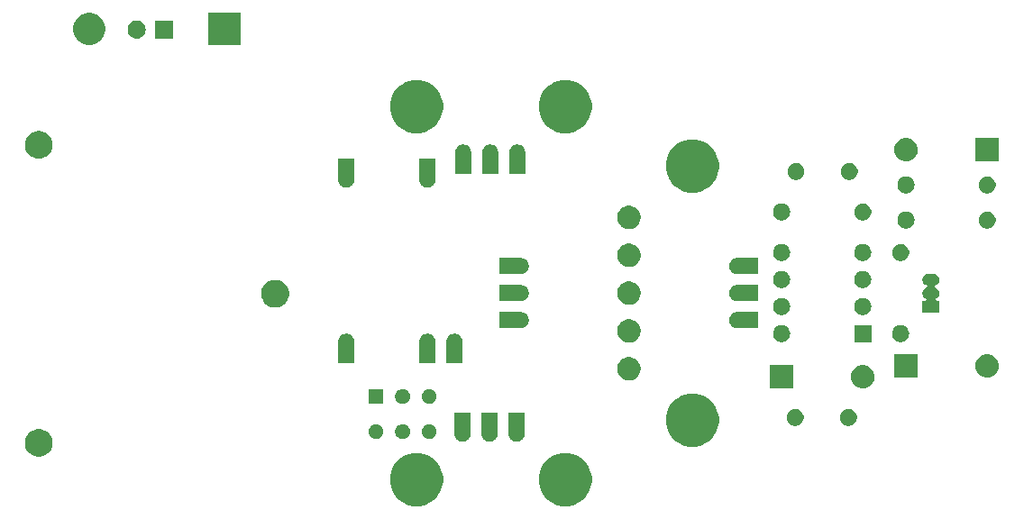
<source format=gbr>
%TF.GenerationSoftware,KiCad,Pcbnew,5.1.2*%
%TF.CreationDate,2019-07-26T15:54:53+10:00*%
%TF.ProjectId,bike_pov,62696b65-5f70-46f7-962e-6b696361645f,rev?*%
%TF.SameCoordinates,Original*%
%TF.FileFunction,Soldermask,Bot*%
%TF.FilePolarity,Negative*%
%FSLAX46Y46*%
G04 Gerber Fmt 4.6, Leading zero omitted, Abs format (unit mm)*
G04 Created by KiCad (PCBNEW 5.1.2) date 2019-07-26 15:54:53*
%MOMM*%
%LPD*%
G04 APERTURE LIST*
%ADD10C,0.100000*%
G04 APERTURE END LIST*
D10*
G36*
X142715222Y-114182073D02*
G01*
X143170192Y-114370528D01*
X143170194Y-114370529D01*
X143186676Y-114381542D01*
X143579656Y-114644123D01*
X143927877Y-114992344D01*
X144201472Y-115401808D01*
X144389927Y-115856778D01*
X144486000Y-116339770D01*
X144486000Y-116832230D01*
X144389927Y-117315222D01*
X144201472Y-117770192D01*
X144201471Y-117770194D01*
X143927876Y-118179657D01*
X143579657Y-118527876D01*
X143170194Y-118801471D01*
X143170193Y-118801472D01*
X143170192Y-118801472D01*
X142715222Y-118989927D01*
X142232230Y-119086000D01*
X141739770Y-119086000D01*
X141256778Y-118989927D01*
X140801808Y-118801472D01*
X140801807Y-118801472D01*
X140801806Y-118801471D01*
X140392343Y-118527876D01*
X140044124Y-118179657D01*
X139770529Y-117770194D01*
X139770528Y-117770192D01*
X139582073Y-117315222D01*
X139486000Y-116832230D01*
X139486000Y-116339770D01*
X139582073Y-115856778D01*
X139770528Y-115401808D01*
X140044123Y-114992344D01*
X140392344Y-114644123D01*
X140785324Y-114381542D01*
X140801806Y-114370529D01*
X140801808Y-114370528D01*
X141256778Y-114182073D01*
X141739770Y-114086000D01*
X142232230Y-114086000D01*
X142715222Y-114182073D01*
X142715222Y-114182073D01*
G37*
G36*
X128745222Y-114182073D02*
G01*
X129200192Y-114370528D01*
X129200194Y-114370529D01*
X129216676Y-114381542D01*
X129609656Y-114644123D01*
X129957877Y-114992344D01*
X130231472Y-115401808D01*
X130419927Y-115856778D01*
X130516000Y-116339770D01*
X130516000Y-116832230D01*
X130419927Y-117315222D01*
X130231472Y-117770192D01*
X130231471Y-117770194D01*
X129957876Y-118179657D01*
X129609657Y-118527876D01*
X129200194Y-118801471D01*
X129200193Y-118801472D01*
X129200192Y-118801472D01*
X128745222Y-118989927D01*
X128262230Y-119086000D01*
X127769770Y-119086000D01*
X127286778Y-118989927D01*
X126831808Y-118801472D01*
X126831807Y-118801472D01*
X126831806Y-118801471D01*
X126422343Y-118527876D01*
X126074124Y-118179657D01*
X125800529Y-117770194D01*
X125800528Y-117770192D01*
X125612073Y-117315222D01*
X125516000Y-116832230D01*
X125516000Y-116339770D01*
X125612073Y-115856778D01*
X125800528Y-115401808D01*
X126074123Y-114992344D01*
X126422344Y-114644123D01*
X126815324Y-114381542D01*
X126831806Y-114370529D01*
X126831808Y-114370528D01*
X127286778Y-114182073D01*
X127769770Y-114086000D01*
X128262230Y-114086000D01*
X128745222Y-114182073D01*
X128745222Y-114182073D01*
G37*
G36*
X92911196Y-111881458D02*
G01*
X93147781Y-111979455D01*
X93360702Y-112121724D01*
X93541776Y-112302798D01*
X93670267Y-112495099D01*
X93684046Y-112515721D01*
X93712748Y-112585014D01*
X93781671Y-112751408D01*
X93782042Y-112752305D01*
X93830753Y-112997189D01*
X93832000Y-113003461D01*
X93832000Y-113259539D01*
X93782042Y-113510696D01*
X93684045Y-113747281D01*
X93541776Y-113960202D01*
X93360702Y-114141276D01*
X93147781Y-114283545D01*
X92911196Y-114381542D01*
X92660040Y-114431500D01*
X92403960Y-114431500D01*
X92152804Y-114381542D01*
X91916219Y-114283545D01*
X91703298Y-114141276D01*
X91522224Y-113960202D01*
X91379955Y-113747281D01*
X91281958Y-113510696D01*
X91232000Y-113259539D01*
X91232000Y-113003461D01*
X91233248Y-112997189D01*
X91281958Y-112752305D01*
X91282330Y-112751408D01*
X91351252Y-112585014D01*
X91379954Y-112515721D01*
X91393733Y-112495099D01*
X91522224Y-112302798D01*
X91703298Y-112121724D01*
X91916219Y-111979455D01*
X92152804Y-111881458D01*
X92403960Y-111831500D01*
X92660040Y-111831500D01*
X92911196Y-111881458D01*
X92911196Y-111881458D01*
G37*
G36*
X154653222Y-108594073D02*
G01*
X155108192Y-108782528D01*
X155108194Y-108782529D01*
X155314315Y-108920255D01*
X155517656Y-109056123D01*
X155865877Y-109404344D01*
X156139472Y-109813808D01*
X156327927Y-110268778D01*
X156424000Y-110751770D01*
X156424000Y-111244230D01*
X156327927Y-111727222D01*
X156139472Y-112182192D01*
X155865877Y-112591656D01*
X155517656Y-112939877D01*
X155422497Y-113003460D01*
X155108194Y-113213471D01*
X155108193Y-113213472D01*
X155108192Y-113213472D01*
X154653222Y-113401927D01*
X154170230Y-113498000D01*
X153677770Y-113498000D01*
X153194778Y-113401927D01*
X152739808Y-113213472D01*
X152739807Y-113213472D01*
X152739806Y-113213471D01*
X152425503Y-113003460D01*
X152330344Y-112939877D01*
X151982123Y-112591656D01*
X151708528Y-112182192D01*
X151520073Y-111727222D01*
X151424000Y-111244230D01*
X151424000Y-110751770D01*
X151520073Y-110268778D01*
X151708528Y-109813808D01*
X151982123Y-109404344D01*
X152330344Y-109056123D01*
X152533685Y-108920255D01*
X152739806Y-108782529D01*
X152739808Y-108782528D01*
X153194778Y-108594073D01*
X153677770Y-108498000D01*
X154170230Y-108498000D01*
X154653222Y-108594073D01*
X154653222Y-108594073D01*
G37*
G36*
X138163999Y-110267999D02*
G01*
X138164001Y-110268001D01*
X138164605Y-110274137D01*
X138164605Y-112139055D01*
X138167007Y-112163441D01*
X138171727Y-112187170D01*
X138172936Y-112199448D01*
X138172936Y-112336552D01*
X138171727Y-112348830D01*
X138144981Y-112483293D01*
X138141400Y-112495099D01*
X138088932Y-112621765D01*
X138083116Y-112632646D01*
X138006953Y-112746632D01*
X138003037Y-112751404D01*
X138003034Y-112751408D01*
X138003031Y-112751411D01*
X137999122Y-112756174D01*
X137902174Y-112853122D01*
X137897411Y-112857031D01*
X137897408Y-112857034D01*
X137897404Y-112857037D01*
X137892632Y-112860953D01*
X137778646Y-112937116D01*
X137767765Y-112942932D01*
X137641099Y-112995400D01*
X137629293Y-112998981D01*
X137494830Y-113025727D01*
X137482552Y-113026936D01*
X137345448Y-113026936D01*
X137333170Y-113025727D01*
X137198707Y-112998981D01*
X137186901Y-112995400D01*
X137060235Y-112942932D01*
X137049354Y-112937116D01*
X136935368Y-112860953D01*
X136930596Y-112857037D01*
X136930592Y-112857034D01*
X136930589Y-112857031D01*
X136925826Y-112853122D01*
X136828878Y-112756174D01*
X136824969Y-112751411D01*
X136824966Y-112751408D01*
X136824963Y-112751404D01*
X136821047Y-112746632D01*
X136744884Y-112632646D01*
X136739068Y-112621765D01*
X136686600Y-112495099D01*
X136683019Y-112483293D01*
X136656273Y-112348830D01*
X136655064Y-112336552D01*
X136655064Y-112199448D01*
X136656273Y-112187170D01*
X136660993Y-112163441D01*
X136663395Y-112139055D01*
X136663395Y-110274137D01*
X136663999Y-110268001D01*
X136664001Y-110267999D01*
X136670137Y-110267395D01*
X138157863Y-110267395D01*
X138163999Y-110267999D01*
X138163999Y-110267999D01*
G37*
G36*
X135623999Y-110267999D02*
G01*
X135624001Y-110268001D01*
X135624605Y-110274137D01*
X135624605Y-112139055D01*
X135627007Y-112163441D01*
X135631727Y-112187170D01*
X135632936Y-112199448D01*
X135632936Y-112336552D01*
X135631727Y-112348830D01*
X135604981Y-112483293D01*
X135601400Y-112495099D01*
X135548932Y-112621765D01*
X135543116Y-112632646D01*
X135466953Y-112746632D01*
X135463037Y-112751404D01*
X135463034Y-112751408D01*
X135463031Y-112751411D01*
X135459122Y-112756174D01*
X135362174Y-112853122D01*
X135357411Y-112857031D01*
X135357408Y-112857034D01*
X135357404Y-112857037D01*
X135352632Y-112860953D01*
X135238646Y-112937116D01*
X135227765Y-112942932D01*
X135101099Y-112995400D01*
X135089293Y-112998981D01*
X134954830Y-113025727D01*
X134942552Y-113026936D01*
X134805448Y-113026936D01*
X134793170Y-113025727D01*
X134658707Y-112998981D01*
X134646901Y-112995400D01*
X134520235Y-112942932D01*
X134509354Y-112937116D01*
X134395368Y-112860953D01*
X134390596Y-112857037D01*
X134390592Y-112857034D01*
X134390589Y-112857031D01*
X134385826Y-112853122D01*
X134288878Y-112756174D01*
X134284969Y-112751411D01*
X134284966Y-112751408D01*
X134284963Y-112751404D01*
X134281047Y-112746632D01*
X134204884Y-112632646D01*
X134199068Y-112621765D01*
X134146600Y-112495099D01*
X134143019Y-112483293D01*
X134116273Y-112348830D01*
X134115064Y-112336552D01*
X134115064Y-112199448D01*
X134116273Y-112187170D01*
X134120993Y-112163441D01*
X134123395Y-112139055D01*
X134123395Y-110274137D01*
X134123999Y-110268001D01*
X134124001Y-110267999D01*
X134130137Y-110267395D01*
X135617863Y-110267395D01*
X135623999Y-110267999D01*
X135623999Y-110267999D01*
G37*
G36*
X133083999Y-110267999D02*
G01*
X133084001Y-110268001D01*
X133084605Y-110274137D01*
X133084605Y-112139055D01*
X133087007Y-112163441D01*
X133091727Y-112187170D01*
X133092936Y-112199448D01*
X133092936Y-112336552D01*
X133091727Y-112348830D01*
X133064981Y-112483293D01*
X133061400Y-112495099D01*
X133008932Y-112621765D01*
X133003116Y-112632646D01*
X132926953Y-112746632D01*
X132923037Y-112751404D01*
X132923034Y-112751408D01*
X132923031Y-112751411D01*
X132919122Y-112756174D01*
X132822174Y-112853122D01*
X132817411Y-112857031D01*
X132817408Y-112857034D01*
X132817404Y-112857037D01*
X132812632Y-112860953D01*
X132698646Y-112937116D01*
X132687765Y-112942932D01*
X132561099Y-112995400D01*
X132549293Y-112998981D01*
X132414830Y-113025727D01*
X132402552Y-113026936D01*
X132265448Y-113026936D01*
X132253170Y-113025727D01*
X132118707Y-112998981D01*
X132106901Y-112995400D01*
X131980235Y-112942932D01*
X131969354Y-112937116D01*
X131855368Y-112860953D01*
X131850596Y-112857037D01*
X131850592Y-112857034D01*
X131850589Y-112857031D01*
X131845826Y-112853122D01*
X131748878Y-112756174D01*
X131744969Y-112751411D01*
X131744966Y-112751408D01*
X131744963Y-112751404D01*
X131741047Y-112746632D01*
X131664884Y-112632646D01*
X131659068Y-112621765D01*
X131606600Y-112495099D01*
X131603019Y-112483293D01*
X131576273Y-112348830D01*
X131575064Y-112336552D01*
X131575064Y-112199448D01*
X131576273Y-112187170D01*
X131580993Y-112163441D01*
X131583395Y-112139055D01*
X131583395Y-110274137D01*
X131583999Y-110268001D01*
X131584001Y-110267999D01*
X131590137Y-110267395D01*
X133077863Y-110267395D01*
X133083999Y-110267999D01*
X133083999Y-110267999D01*
G37*
G36*
X126910182Y-111402400D02*
G01*
X127037573Y-111455167D01*
X127037574Y-111455168D01*
X127152224Y-111531774D01*
X127249726Y-111629276D01*
X127249727Y-111629278D01*
X127326333Y-111743927D01*
X127379100Y-111871318D01*
X127406000Y-112006555D01*
X127406000Y-112144445D01*
X127379100Y-112279682D01*
X127326333Y-112407073D01*
X127326332Y-112407074D01*
X127249726Y-112521724D01*
X127152224Y-112619226D01*
X127148424Y-112621765D01*
X127037573Y-112695833D01*
X126910182Y-112748600D01*
X126774945Y-112775500D01*
X126637055Y-112775500D01*
X126501818Y-112748600D01*
X126374427Y-112695833D01*
X126263576Y-112621765D01*
X126259776Y-112619226D01*
X126162274Y-112521724D01*
X126085668Y-112407074D01*
X126085667Y-112407073D01*
X126032900Y-112279682D01*
X126006000Y-112144445D01*
X126006000Y-112006555D01*
X126032900Y-111871318D01*
X126085667Y-111743927D01*
X126162273Y-111629278D01*
X126162274Y-111629276D01*
X126259776Y-111531774D01*
X126374426Y-111455168D01*
X126374427Y-111455167D01*
X126501818Y-111402400D01*
X126637055Y-111375500D01*
X126774945Y-111375500D01*
X126910182Y-111402400D01*
X126910182Y-111402400D01*
G37*
G36*
X124410182Y-111402400D02*
G01*
X124537573Y-111455167D01*
X124537574Y-111455168D01*
X124652224Y-111531774D01*
X124749726Y-111629276D01*
X124749727Y-111629278D01*
X124826333Y-111743927D01*
X124879100Y-111871318D01*
X124906000Y-112006555D01*
X124906000Y-112144445D01*
X124879100Y-112279682D01*
X124826333Y-112407073D01*
X124826332Y-112407074D01*
X124749726Y-112521724D01*
X124652224Y-112619226D01*
X124648424Y-112621765D01*
X124537573Y-112695833D01*
X124410182Y-112748600D01*
X124274945Y-112775500D01*
X124137055Y-112775500D01*
X124001818Y-112748600D01*
X123874427Y-112695833D01*
X123763576Y-112621765D01*
X123759776Y-112619226D01*
X123662274Y-112521724D01*
X123585668Y-112407074D01*
X123585667Y-112407073D01*
X123532900Y-112279682D01*
X123506000Y-112144445D01*
X123506000Y-112006555D01*
X123532900Y-111871318D01*
X123585667Y-111743927D01*
X123662273Y-111629278D01*
X123662274Y-111629276D01*
X123759776Y-111531774D01*
X123874426Y-111455168D01*
X123874427Y-111455167D01*
X124001818Y-111402400D01*
X124137055Y-111375500D01*
X124274945Y-111375500D01*
X124410182Y-111402400D01*
X124410182Y-111402400D01*
G37*
G36*
X129410182Y-111402400D02*
G01*
X129537573Y-111455167D01*
X129537574Y-111455168D01*
X129652224Y-111531774D01*
X129749726Y-111629276D01*
X129749727Y-111629278D01*
X129826333Y-111743927D01*
X129879100Y-111871318D01*
X129906000Y-112006555D01*
X129906000Y-112144445D01*
X129879100Y-112279682D01*
X129826333Y-112407073D01*
X129826332Y-112407074D01*
X129749726Y-112521724D01*
X129652224Y-112619226D01*
X129648424Y-112621765D01*
X129537573Y-112695833D01*
X129410182Y-112748600D01*
X129274945Y-112775500D01*
X129137055Y-112775500D01*
X129001818Y-112748600D01*
X128874427Y-112695833D01*
X128763576Y-112621765D01*
X128759776Y-112619226D01*
X128662274Y-112521724D01*
X128585668Y-112407074D01*
X128585667Y-112407073D01*
X128532900Y-112279682D01*
X128506000Y-112144445D01*
X128506000Y-112006555D01*
X128532900Y-111871318D01*
X128585667Y-111743927D01*
X128662273Y-111629278D01*
X128662274Y-111629276D01*
X128759776Y-111531774D01*
X128874426Y-111455168D01*
X128874427Y-111455167D01*
X129001818Y-111402400D01*
X129137055Y-111375500D01*
X129274945Y-111375500D01*
X129410182Y-111402400D01*
X129410182Y-111402400D01*
G37*
G36*
X163809351Y-109974743D02*
G01*
X163954941Y-110035048D01*
X164085970Y-110122599D01*
X164197401Y-110234030D01*
X164284952Y-110365059D01*
X164345257Y-110510649D01*
X164376000Y-110665206D01*
X164376000Y-110822794D01*
X164345257Y-110977351D01*
X164284952Y-111122941D01*
X164197401Y-111253970D01*
X164085970Y-111365401D01*
X163954941Y-111452952D01*
X163809351Y-111513257D01*
X163654794Y-111544000D01*
X163497206Y-111544000D01*
X163342649Y-111513257D01*
X163197059Y-111452952D01*
X163066030Y-111365401D01*
X162954599Y-111253970D01*
X162867048Y-111122941D01*
X162806743Y-110977351D01*
X162776000Y-110822794D01*
X162776000Y-110665206D01*
X162806743Y-110510649D01*
X162867048Y-110365059D01*
X162954599Y-110234030D01*
X163066030Y-110122599D01*
X163197059Y-110035048D01*
X163342649Y-109974743D01*
X163497206Y-109944000D01*
X163654794Y-109944000D01*
X163809351Y-109974743D01*
X163809351Y-109974743D01*
G37*
G36*
X168809351Y-109974743D02*
G01*
X168954941Y-110035048D01*
X169085970Y-110122599D01*
X169197401Y-110234030D01*
X169284952Y-110365059D01*
X169345257Y-110510649D01*
X169376000Y-110665206D01*
X169376000Y-110822794D01*
X169345257Y-110977351D01*
X169284952Y-111122941D01*
X169197401Y-111253970D01*
X169085970Y-111365401D01*
X168954941Y-111452952D01*
X168809351Y-111513257D01*
X168654794Y-111544000D01*
X168497206Y-111544000D01*
X168342649Y-111513257D01*
X168197059Y-111452952D01*
X168066030Y-111365401D01*
X167954599Y-111253970D01*
X167867048Y-111122941D01*
X167806743Y-110977351D01*
X167776000Y-110822794D01*
X167776000Y-110665206D01*
X167806743Y-110510649D01*
X167867048Y-110365059D01*
X167954599Y-110234030D01*
X168066030Y-110122599D01*
X168197059Y-110035048D01*
X168342649Y-109974743D01*
X168497206Y-109944000D01*
X168654794Y-109944000D01*
X168809351Y-109974743D01*
X168809351Y-109974743D01*
G37*
G36*
X124906000Y-109475500D02*
G01*
X123506000Y-109475500D01*
X123506000Y-108075500D01*
X124906000Y-108075500D01*
X124906000Y-109475500D01*
X124906000Y-109475500D01*
G37*
G36*
X126910182Y-108102400D02*
G01*
X127037573Y-108155167D01*
X127037574Y-108155168D01*
X127152224Y-108231774D01*
X127249726Y-108329276D01*
X127249727Y-108329278D01*
X127326333Y-108443927D01*
X127379100Y-108571318D01*
X127406000Y-108706555D01*
X127406000Y-108844445D01*
X127379100Y-108979682D01*
X127326333Y-109107073D01*
X127326332Y-109107074D01*
X127249726Y-109221724D01*
X127152224Y-109319226D01*
X127094510Y-109357789D01*
X127037573Y-109395833D01*
X126910182Y-109448600D01*
X126774945Y-109475500D01*
X126637055Y-109475500D01*
X126501818Y-109448600D01*
X126374427Y-109395833D01*
X126317490Y-109357789D01*
X126259776Y-109319226D01*
X126162274Y-109221724D01*
X126085668Y-109107074D01*
X126085667Y-109107073D01*
X126032900Y-108979682D01*
X126006000Y-108844445D01*
X126006000Y-108706555D01*
X126032900Y-108571318D01*
X126085667Y-108443927D01*
X126162273Y-108329278D01*
X126162274Y-108329276D01*
X126259776Y-108231774D01*
X126374426Y-108155168D01*
X126374427Y-108155167D01*
X126501818Y-108102400D01*
X126637055Y-108075500D01*
X126774945Y-108075500D01*
X126910182Y-108102400D01*
X126910182Y-108102400D01*
G37*
G36*
X129410182Y-108102400D02*
G01*
X129537573Y-108155167D01*
X129537574Y-108155168D01*
X129652224Y-108231774D01*
X129749726Y-108329276D01*
X129749727Y-108329278D01*
X129826333Y-108443927D01*
X129879100Y-108571318D01*
X129906000Y-108706555D01*
X129906000Y-108844445D01*
X129879100Y-108979682D01*
X129826333Y-109107073D01*
X129826332Y-109107074D01*
X129749726Y-109221724D01*
X129652224Y-109319226D01*
X129594510Y-109357789D01*
X129537573Y-109395833D01*
X129410182Y-109448600D01*
X129274945Y-109475500D01*
X129137055Y-109475500D01*
X129001818Y-109448600D01*
X128874427Y-109395833D01*
X128817490Y-109357789D01*
X128759776Y-109319226D01*
X128662274Y-109221724D01*
X128585668Y-109107074D01*
X128585667Y-109107073D01*
X128532900Y-108979682D01*
X128506000Y-108844445D01*
X128506000Y-108706555D01*
X128532900Y-108571318D01*
X128585667Y-108443927D01*
X128662273Y-108329278D01*
X128662274Y-108329276D01*
X128759776Y-108231774D01*
X128874426Y-108155168D01*
X128874427Y-108155167D01*
X129001818Y-108102400D01*
X129137055Y-108075500D01*
X129274945Y-108075500D01*
X129410182Y-108102400D01*
X129410182Y-108102400D01*
G37*
G36*
X163406000Y-108034000D02*
G01*
X161206000Y-108034000D01*
X161206000Y-105834000D01*
X163406000Y-105834000D01*
X163406000Y-108034000D01*
X163406000Y-108034000D01*
G37*
G36*
X170060837Y-105841958D02*
G01*
X170141638Y-105849916D01*
X170295034Y-105896449D01*
X170348992Y-105912817D01*
X170540084Y-106014957D01*
X170707581Y-106152419D01*
X170845043Y-106319916D01*
X170947183Y-106511008D01*
X170947184Y-106511012D01*
X171010084Y-106718362D01*
X171031322Y-106934000D01*
X171010084Y-107149638D01*
X170986395Y-107227728D01*
X170947183Y-107356992D01*
X170845043Y-107548084D01*
X170707581Y-107715581D01*
X170540084Y-107853043D01*
X170348992Y-107955183D01*
X170295034Y-107971551D01*
X170141638Y-108018084D01*
X170060837Y-108026042D01*
X169980038Y-108034000D01*
X169871962Y-108034000D01*
X169791163Y-108026042D01*
X169710362Y-108018084D01*
X169556966Y-107971551D01*
X169503008Y-107955183D01*
X169311916Y-107853043D01*
X169144419Y-107715581D01*
X169006957Y-107548084D01*
X168904817Y-107356992D01*
X168865605Y-107227728D01*
X168841916Y-107149638D01*
X168820678Y-106934000D01*
X168841916Y-106718362D01*
X168904816Y-106511012D01*
X168904817Y-106511008D01*
X169006957Y-106319916D01*
X169144419Y-106152419D01*
X169311916Y-106014957D01*
X169503008Y-105912817D01*
X169556966Y-105896449D01*
X169710362Y-105849916D01*
X169791163Y-105841958D01*
X169871962Y-105834000D01*
X169980038Y-105834000D01*
X170060837Y-105841958D01*
X170060837Y-105841958D01*
G37*
G36*
X148280857Y-105112272D02*
G01*
X148481043Y-105195192D01*
X148481045Y-105195193D01*
X148571738Y-105255792D01*
X148661208Y-105315574D01*
X148814426Y-105468792D01*
X148874208Y-105558262D01*
X148923479Y-105632001D01*
X148934808Y-105648957D01*
X149017728Y-105849143D01*
X149060000Y-106061658D01*
X149060000Y-106278342D01*
X149017728Y-106490857D01*
X149000651Y-106532084D01*
X148934807Y-106691045D01*
X148814425Y-106871209D01*
X148661209Y-107024425D01*
X148481045Y-107144807D01*
X148481044Y-107144808D01*
X148481043Y-107144808D01*
X148280857Y-107227728D01*
X148068342Y-107270000D01*
X147851658Y-107270000D01*
X147639143Y-107227728D01*
X147438957Y-107144808D01*
X147438956Y-107144808D01*
X147438955Y-107144807D01*
X147258791Y-107024425D01*
X147105575Y-106871209D01*
X146985193Y-106691045D01*
X146919349Y-106532084D01*
X146902272Y-106490857D01*
X146860000Y-106278342D01*
X146860000Y-106061658D01*
X146902272Y-105849143D01*
X146985192Y-105648957D01*
X146996522Y-105632001D01*
X147045792Y-105558262D01*
X147105574Y-105468792D01*
X147258792Y-105315574D01*
X147348262Y-105255792D01*
X147438955Y-105195193D01*
X147438957Y-105195192D01*
X147639143Y-105112272D01*
X147851658Y-105070000D01*
X148068342Y-105070000D01*
X148280857Y-105112272D01*
X148280857Y-105112272D01*
G37*
G36*
X175090000Y-107018000D02*
G01*
X172890000Y-107018000D01*
X172890000Y-104818000D01*
X175090000Y-104818000D01*
X175090000Y-107018000D01*
X175090000Y-107018000D01*
G37*
G36*
X181744837Y-104825958D02*
G01*
X181825638Y-104833916D01*
X181979034Y-104880449D01*
X182032992Y-104896817D01*
X182224084Y-104998957D01*
X182391581Y-105136419D01*
X182529043Y-105303916D01*
X182631183Y-105495008D01*
X182631184Y-105495012D01*
X182694084Y-105702362D01*
X182715322Y-105918000D01*
X182694084Y-106133638D01*
X182650188Y-106278341D01*
X182631183Y-106340992D01*
X182529043Y-106532084D01*
X182391581Y-106699581D01*
X182224084Y-106837043D01*
X182032992Y-106939183D01*
X181979034Y-106955551D01*
X181825638Y-107002084D01*
X181744837Y-107010042D01*
X181664038Y-107018000D01*
X181555962Y-107018000D01*
X181475163Y-107010042D01*
X181394362Y-107002084D01*
X181240966Y-106955551D01*
X181187008Y-106939183D01*
X180995916Y-106837043D01*
X180828419Y-106699581D01*
X180690957Y-106532084D01*
X180588817Y-106340992D01*
X180569812Y-106278341D01*
X180525916Y-106133638D01*
X180504678Y-105918000D01*
X180525916Y-105702362D01*
X180588816Y-105495012D01*
X180588817Y-105495008D01*
X180690957Y-105303916D01*
X180828419Y-105136419D01*
X180995916Y-104998957D01*
X181187008Y-104896817D01*
X181240966Y-104880449D01*
X181394362Y-104833916D01*
X181475163Y-104825958D01*
X181555962Y-104818000D01*
X181664038Y-104818000D01*
X181744837Y-104825958D01*
X181744837Y-104825958D01*
G37*
G36*
X121492830Y-102874273D02*
G01*
X121627293Y-102901019D01*
X121639099Y-102904600D01*
X121765765Y-102957068D01*
X121776646Y-102962884D01*
X121890632Y-103039047D01*
X121895404Y-103042963D01*
X121895408Y-103042966D01*
X121895411Y-103042969D01*
X121900174Y-103046878D01*
X121997122Y-103143826D01*
X122001031Y-103148589D01*
X122001034Y-103148592D01*
X122001037Y-103148596D01*
X122004953Y-103153368D01*
X122081116Y-103267354D01*
X122086932Y-103278235D01*
X122139400Y-103404901D01*
X122142981Y-103416707D01*
X122169727Y-103551170D01*
X122170936Y-103563448D01*
X122170936Y-103700552D01*
X122169727Y-103712830D01*
X122165007Y-103736559D01*
X122162605Y-103760945D01*
X122162605Y-105625863D01*
X122162001Y-105631999D01*
X122161999Y-105632001D01*
X122155863Y-105632605D01*
X120668137Y-105632605D01*
X120662001Y-105632001D01*
X120661999Y-105631999D01*
X120661395Y-105625863D01*
X120661395Y-103760945D01*
X120658993Y-103736559D01*
X120654273Y-103712830D01*
X120653064Y-103700552D01*
X120653064Y-103563448D01*
X120654273Y-103551170D01*
X120681019Y-103416707D01*
X120684600Y-103404901D01*
X120737068Y-103278235D01*
X120742884Y-103267354D01*
X120819047Y-103153368D01*
X120822963Y-103148596D01*
X120822966Y-103148592D01*
X120822969Y-103148589D01*
X120826878Y-103143826D01*
X120923826Y-103046878D01*
X120928589Y-103042969D01*
X120928592Y-103042966D01*
X120928596Y-103042963D01*
X120933368Y-103039047D01*
X121047354Y-102962884D01*
X121058235Y-102957068D01*
X121184901Y-102904600D01*
X121196707Y-102901019D01*
X121331170Y-102874273D01*
X121343448Y-102873064D01*
X121480552Y-102873064D01*
X121492830Y-102874273D01*
X121492830Y-102874273D01*
G37*
G36*
X129112830Y-102874273D02*
G01*
X129247293Y-102901019D01*
X129259099Y-102904600D01*
X129385765Y-102957068D01*
X129396646Y-102962884D01*
X129510632Y-103039047D01*
X129515404Y-103042963D01*
X129515408Y-103042966D01*
X129515411Y-103042969D01*
X129520174Y-103046878D01*
X129617122Y-103143826D01*
X129621031Y-103148589D01*
X129621034Y-103148592D01*
X129621037Y-103148596D01*
X129624953Y-103153368D01*
X129701116Y-103267354D01*
X129706932Y-103278235D01*
X129759400Y-103404901D01*
X129762981Y-103416707D01*
X129789727Y-103551170D01*
X129790936Y-103563448D01*
X129790936Y-103700552D01*
X129789727Y-103712830D01*
X129785007Y-103736559D01*
X129782605Y-103760945D01*
X129782605Y-105625863D01*
X129782001Y-105631999D01*
X129781999Y-105632001D01*
X129775863Y-105632605D01*
X128288137Y-105632605D01*
X128282001Y-105632001D01*
X128281999Y-105631999D01*
X128281395Y-105625863D01*
X128281395Y-103760945D01*
X128278993Y-103736559D01*
X128274273Y-103712830D01*
X128273064Y-103700552D01*
X128273064Y-103563448D01*
X128274273Y-103551170D01*
X128301019Y-103416707D01*
X128304600Y-103404901D01*
X128357068Y-103278235D01*
X128362884Y-103267354D01*
X128439047Y-103153368D01*
X128442963Y-103148596D01*
X128442966Y-103148592D01*
X128442969Y-103148589D01*
X128446878Y-103143826D01*
X128543826Y-103046878D01*
X128548589Y-103042969D01*
X128548592Y-103042966D01*
X128548596Y-103042963D01*
X128553368Y-103039047D01*
X128667354Y-102962884D01*
X128678235Y-102957068D01*
X128804901Y-102904600D01*
X128816707Y-102901019D01*
X128951170Y-102874273D01*
X128963448Y-102873064D01*
X129100552Y-102873064D01*
X129112830Y-102874273D01*
X129112830Y-102874273D01*
G37*
G36*
X131652830Y-102874273D02*
G01*
X131787293Y-102901019D01*
X131799099Y-102904600D01*
X131925765Y-102957068D01*
X131936646Y-102962884D01*
X132050632Y-103039047D01*
X132055404Y-103042963D01*
X132055408Y-103042966D01*
X132055411Y-103042969D01*
X132060174Y-103046878D01*
X132157122Y-103143826D01*
X132161031Y-103148589D01*
X132161034Y-103148592D01*
X132161037Y-103148596D01*
X132164953Y-103153368D01*
X132241116Y-103267354D01*
X132246932Y-103278235D01*
X132299400Y-103404901D01*
X132302981Y-103416707D01*
X132329727Y-103551170D01*
X132330936Y-103563448D01*
X132330936Y-103700552D01*
X132329727Y-103712830D01*
X132325007Y-103736559D01*
X132322605Y-103760945D01*
X132322605Y-105625863D01*
X132322001Y-105631999D01*
X132321999Y-105632001D01*
X132315863Y-105632605D01*
X130828137Y-105632605D01*
X130822001Y-105632001D01*
X130821999Y-105631999D01*
X130821395Y-105625863D01*
X130821395Y-103760945D01*
X130818993Y-103736559D01*
X130814273Y-103712830D01*
X130813064Y-103700552D01*
X130813064Y-103563448D01*
X130814273Y-103551170D01*
X130841019Y-103416707D01*
X130844600Y-103404901D01*
X130897068Y-103278235D01*
X130902884Y-103267354D01*
X130979047Y-103153368D01*
X130982963Y-103148596D01*
X130982966Y-103148592D01*
X130982969Y-103148589D01*
X130986878Y-103143826D01*
X131083826Y-103046878D01*
X131088589Y-103042969D01*
X131088592Y-103042966D01*
X131088596Y-103042963D01*
X131093368Y-103039047D01*
X131207354Y-102962884D01*
X131218235Y-102957068D01*
X131344901Y-102904600D01*
X131356707Y-102901019D01*
X131491170Y-102874273D01*
X131503448Y-102873064D01*
X131640552Y-102873064D01*
X131652830Y-102874273D01*
X131652830Y-102874273D01*
G37*
G36*
X148280857Y-101552272D02*
G01*
X148481043Y-101635192D01*
X148481045Y-101635193D01*
X148661209Y-101755575D01*
X148814425Y-101908791D01*
X148931101Y-102083408D01*
X148934808Y-102088957D01*
X149017728Y-102289143D01*
X149060000Y-102501658D01*
X149060000Y-102718342D01*
X149017728Y-102930857D01*
X148969670Y-103046878D01*
X148934807Y-103131045D01*
X148814425Y-103311209D01*
X148661209Y-103464425D01*
X148481045Y-103584807D01*
X148481044Y-103584808D01*
X148481043Y-103584808D01*
X148280857Y-103667728D01*
X148068342Y-103710000D01*
X147851658Y-103710000D01*
X147639143Y-103667728D01*
X147438957Y-103584808D01*
X147438956Y-103584808D01*
X147438955Y-103584807D01*
X147258791Y-103464425D01*
X147105575Y-103311209D01*
X146985193Y-103131045D01*
X146950330Y-103046878D01*
X146902272Y-102930857D01*
X146860000Y-102718342D01*
X146860000Y-102501658D01*
X146902272Y-102289143D01*
X146985192Y-102088957D01*
X146988900Y-102083408D01*
X147105575Y-101908791D01*
X147258791Y-101755575D01*
X147438955Y-101635193D01*
X147438957Y-101635192D01*
X147639143Y-101552272D01*
X147851658Y-101510000D01*
X148068342Y-101510000D01*
X148280857Y-101552272D01*
X148280857Y-101552272D01*
G37*
G36*
X162384471Y-102073859D02*
G01*
X162462827Y-102081576D01*
X162613628Y-102127321D01*
X162613630Y-102127322D01*
X162752605Y-102201606D01*
X162874422Y-102301578D01*
X162974394Y-102423395D01*
X163016227Y-102501659D01*
X163048679Y-102562372D01*
X163094424Y-102713173D01*
X163109870Y-102870000D01*
X163094424Y-103026827D01*
X163057487Y-103148592D01*
X163048678Y-103177630D01*
X162974394Y-103316605D01*
X162874422Y-103438422D01*
X162752605Y-103538394D01*
X162613630Y-103612678D01*
X162613628Y-103612679D01*
X162462827Y-103658424D01*
X162384471Y-103666141D01*
X162345294Y-103670000D01*
X162266706Y-103670000D01*
X162227529Y-103666141D01*
X162149173Y-103658424D01*
X161998372Y-103612679D01*
X161998370Y-103612678D01*
X161859395Y-103538394D01*
X161737578Y-103438422D01*
X161637606Y-103316605D01*
X161563322Y-103177630D01*
X161554513Y-103148592D01*
X161517576Y-103026827D01*
X161502130Y-102870000D01*
X161517576Y-102713173D01*
X161563321Y-102562372D01*
X161595773Y-102501659D01*
X161637606Y-102423395D01*
X161737578Y-102301578D01*
X161859395Y-102201606D01*
X161998370Y-102127322D01*
X161998372Y-102127321D01*
X162149173Y-102081576D01*
X162227529Y-102073859D01*
X162266706Y-102070000D01*
X162345294Y-102070000D01*
X162384471Y-102073859D01*
X162384471Y-102073859D01*
G37*
G36*
X173560471Y-102073859D02*
G01*
X173638827Y-102081576D01*
X173789628Y-102127321D01*
X173789630Y-102127322D01*
X173928605Y-102201606D01*
X174050422Y-102301578D01*
X174150394Y-102423395D01*
X174192227Y-102501659D01*
X174224679Y-102562372D01*
X174270424Y-102713173D01*
X174285870Y-102870000D01*
X174270424Y-103026827D01*
X174233487Y-103148592D01*
X174224678Y-103177630D01*
X174150394Y-103316605D01*
X174050422Y-103438422D01*
X173928605Y-103538394D01*
X173789630Y-103612678D01*
X173789628Y-103612679D01*
X173638827Y-103658424D01*
X173560471Y-103666141D01*
X173521294Y-103670000D01*
X173442706Y-103670000D01*
X173403529Y-103666141D01*
X173325173Y-103658424D01*
X173174372Y-103612679D01*
X173174370Y-103612678D01*
X173035395Y-103538394D01*
X172913578Y-103438422D01*
X172813606Y-103316605D01*
X172739322Y-103177630D01*
X172730513Y-103148592D01*
X172693576Y-103026827D01*
X172678130Y-102870000D01*
X172693576Y-102713173D01*
X172739321Y-102562372D01*
X172771773Y-102501659D01*
X172813606Y-102423395D01*
X172913578Y-102301578D01*
X173035395Y-102201606D01*
X173174370Y-102127322D01*
X173174372Y-102127321D01*
X173325173Y-102081576D01*
X173403529Y-102073859D01*
X173442706Y-102070000D01*
X173521294Y-102070000D01*
X173560471Y-102073859D01*
X173560471Y-102073859D01*
G37*
G36*
X170726000Y-103670000D02*
G01*
X169126000Y-103670000D01*
X169126000Y-102070000D01*
X170726000Y-102070000D01*
X170726000Y-103670000D01*
X170726000Y-103670000D01*
G37*
G36*
X158195830Y-100842273D02*
G01*
X158219559Y-100846993D01*
X158243945Y-100849395D01*
X160108863Y-100849395D01*
X160114999Y-100849999D01*
X160115001Y-100850001D01*
X160115605Y-100856137D01*
X160115605Y-102343863D01*
X160115001Y-102349999D01*
X160114999Y-102350001D01*
X160108863Y-102350605D01*
X158243945Y-102350605D01*
X158219559Y-102353007D01*
X158195830Y-102357727D01*
X158183552Y-102358936D01*
X158046448Y-102358936D01*
X158034170Y-102357727D01*
X157899707Y-102330981D01*
X157887901Y-102327400D01*
X157761235Y-102274932D01*
X157750354Y-102269116D01*
X157636368Y-102192953D01*
X157631596Y-102189037D01*
X157631592Y-102189034D01*
X157631589Y-102189031D01*
X157626826Y-102185122D01*
X157529878Y-102088174D01*
X157525969Y-102083411D01*
X157525966Y-102083408D01*
X157525963Y-102083404D01*
X157522047Y-102078632D01*
X157445884Y-101964646D01*
X157440068Y-101953765D01*
X157387600Y-101827099D01*
X157384019Y-101815293D01*
X157357273Y-101680830D01*
X157356064Y-101668552D01*
X157356064Y-101531448D01*
X157357273Y-101519170D01*
X157384019Y-101384707D01*
X157387600Y-101372901D01*
X157440068Y-101246235D01*
X157445884Y-101235354D01*
X157522047Y-101121368D01*
X157525963Y-101116596D01*
X157525966Y-101116592D01*
X157525969Y-101116589D01*
X157529878Y-101111826D01*
X157626826Y-101014878D01*
X157631589Y-101010969D01*
X157631592Y-101010966D01*
X157631596Y-101010963D01*
X157636368Y-101007047D01*
X157750354Y-100930884D01*
X157761235Y-100925068D01*
X157887901Y-100872600D01*
X157899707Y-100869019D01*
X158034170Y-100842273D01*
X158046448Y-100841064D01*
X158183552Y-100841064D01*
X158195830Y-100842273D01*
X158195830Y-100842273D01*
G37*
G36*
X137875830Y-100842273D02*
G01*
X138010293Y-100869019D01*
X138022099Y-100872600D01*
X138148765Y-100925068D01*
X138159646Y-100930884D01*
X138273632Y-101007047D01*
X138278404Y-101010963D01*
X138278408Y-101010966D01*
X138278411Y-101010969D01*
X138283174Y-101014878D01*
X138380122Y-101111826D01*
X138384031Y-101116589D01*
X138384034Y-101116592D01*
X138384037Y-101116596D01*
X138387953Y-101121368D01*
X138464116Y-101235354D01*
X138469932Y-101246235D01*
X138522400Y-101372901D01*
X138525981Y-101384707D01*
X138552727Y-101519170D01*
X138553936Y-101531448D01*
X138553936Y-101668552D01*
X138552727Y-101680830D01*
X138525981Y-101815293D01*
X138522400Y-101827099D01*
X138469932Y-101953765D01*
X138464116Y-101964646D01*
X138387953Y-102078632D01*
X138384037Y-102083404D01*
X138384034Y-102083408D01*
X138384031Y-102083411D01*
X138380122Y-102088174D01*
X138283174Y-102185122D01*
X138278411Y-102189031D01*
X138278408Y-102189034D01*
X138278404Y-102189037D01*
X138273632Y-102192953D01*
X138159646Y-102269116D01*
X138148765Y-102274932D01*
X138022099Y-102327400D01*
X138010293Y-102330981D01*
X137875830Y-102357727D01*
X137863552Y-102358936D01*
X137726448Y-102358936D01*
X137714170Y-102357727D01*
X137690441Y-102353007D01*
X137666055Y-102350605D01*
X135801137Y-102350605D01*
X135795001Y-102350001D01*
X135794999Y-102349999D01*
X135794395Y-102343863D01*
X135794395Y-100856137D01*
X135794999Y-100850001D01*
X135795001Y-100849999D01*
X135801137Y-100849395D01*
X137666055Y-100849395D01*
X137690441Y-100846993D01*
X137714170Y-100842273D01*
X137726448Y-100841064D01*
X137863552Y-100841064D01*
X137875830Y-100842273D01*
X137875830Y-100842273D01*
G37*
G36*
X170004471Y-99533859D02*
G01*
X170082827Y-99541576D01*
X170233628Y-99587321D01*
X170233630Y-99587322D01*
X170372605Y-99661606D01*
X170477001Y-99747281D01*
X170494422Y-99761578D01*
X170594393Y-99883394D01*
X170668679Y-100022372D01*
X170714424Y-100173173D01*
X170729870Y-100330000D01*
X170714424Y-100486827D01*
X170668679Y-100637628D01*
X170668678Y-100637630D01*
X170594394Y-100776605D01*
X170494422Y-100898422D01*
X170372605Y-100998394D01*
X170233630Y-101072678D01*
X170233628Y-101072679D01*
X170082827Y-101118424D01*
X170004471Y-101126141D01*
X169965294Y-101130000D01*
X169886706Y-101130000D01*
X169847529Y-101126141D01*
X169769173Y-101118424D01*
X169618372Y-101072679D01*
X169618370Y-101072678D01*
X169479395Y-100998394D01*
X169357578Y-100898422D01*
X169257606Y-100776605D01*
X169183322Y-100637630D01*
X169183321Y-100637628D01*
X169137576Y-100486827D01*
X169122130Y-100330000D01*
X169137576Y-100173173D01*
X169183321Y-100022372D01*
X169257607Y-99883394D01*
X169357578Y-99761578D01*
X169374999Y-99747281D01*
X169479395Y-99661606D01*
X169618370Y-99587322D01*
X169618372Y-99587321D01*
X169769173Y-99541576D01*
X169847529Y-99533859D01*
X169886706Y-99530000D01*
X169965294Y-99530000D01*
X170004471Y-99533859D01*
X170004471Y-99533859D01*
G37*
G36*
X162384471Y-99533859D02*
G01*
X162462827Y-99541576D01*
X162613628Y-99587321D01*
X162613630Y-99587322D01*
X162752605Y-99661606D01*
X162857001Y-99747281D01*
X162874422Y-99761578D01*
X162974393Y-99883394D01*
X163048679Y-100022372D01*
X163094424Y-100173173D01*
X163109870Y-100330000D01*
X163094424Y-100486827D01*
X163048679Y-100637628D01*
X163048678Y-100637630D01*
X162974394Y-100776605D01*
X162874422Y-100898422D01*
X162752605Y-100998394D01*
X162613630Y-101072678D01*
X162613628Y-101072679D01*
X162462827Y-101118424D01*
X162384471Y-101126141D01*
X162345294Y-101130000D01*
X162266706Y-101130000D01*
X162227529Y-101126141D01*
X162149173Y-101118424D01*
X161998372Y-101072679D01*
X161998370Y-101072678D01*
X161859395Y-100998394D01*
X161737578Y-100898422D01*
X161637606Y-100776605D01*
X161563322Y-100637630D01*
X161563321Y-100637628D01*
X161517576Y-100486827D01*
X161502130Y-100330000D01*
X161517576Y-100173173D01*
X161563321Y-100022372D01*
X161637607Y-99883394D01*
X161737578Y-99761578D01*
X161754999Y-99747281D01*
X161859395Y-99661606D01*
X161998370Y-99587322D01*
X161998372Y-99587321D01*
X162149173Y-99541576D01*
X162227529Y-99533859D01*
X162266706Y-99530000D01*
X162345294Y-99530000D01*
X162384471Y-99533859D01*
X162384471Y-99533859D01*
G37*
G36*
X176643452Y-97242653D02*
G01*
X176697319Y-97247958D01*
X176769984Y-97270001D01*
X176800998Y-97279409D01*
X176896538Y-97330476D01*
X176980290Y-97399210D01*
X177049024Y-97482962D01*
X177100091Y-97578502D01*
X177100092Y-97578506D01*
X177131542Y-97682181D01*
X177142161Y-97790000D01*
X177131542Y-97897819D01*
X177116676Y-97946825D01*
X177100091Y-98001498D01*
X177049024Y-98097038D01*
X176980290Y-98180790D01*
X176896538Y-98249524D01*
X176800998Y-98300591D01*
X176785200Y-98305383D01*
X176762561Y-98314761D01*
X176742187Y-98328374D01*
X176724860Y-98345701D01*
X176711246Y-98366076D01*
X176701869Y-98388714D01*
X176697088Y-98412748D01*
X176697088Y-98437252D01*
X176701868Y-98461285D01*
X176711246Y-98483924D01*
X176724859Y-98504298D01*
X176742186Y-98521625D01*
X176762561Y-98535239D01*
X176785200Y-98544617D01*
X176800998Y-98549409D01*
X176896538Y-98600476D01*
X176980290Y-98669210D01*
X177049024Y-98752962D01*
X177100091Y-98848502D01*
X177100092Y-98848506D01*
X177131542Y-98952181D01*
X177142161Y-99060000D01*
X177131542Y-99167819D01*
X177131383Y-99168342D01*
X177100091Y-99271498D01*
X177049024Y-99367038D01*
X177049022Y-99367041D01*
X177049021Y-99367042D01*
X176980290Y-99450790D01*
X176896542Y-99519521D01*
X176849317Y-99544763D01*
X176828946Y-99558375D01*
X176811619Y-99575702D01*
X176798005Y-99596076D01*
X176788628Y-99618715D01*
X176783847Y-99642748D01*
X176783847Y-99667252D01*
X176788627Y-99691286D01*
X176798004Y-99713925D01*
X176811618Y-99734299D01*
X176828945Y-99751626D01*
X176849319Y-99765240D01*
X176871958Y-99774617D01*
X176895991Y-99779398D01*
X176908244Y-99780000D01*
X177139500Y-99780000D01*
X177139500Y-100880000D01*
X175539500Y-100880000D01*
X175539500Y-99780000D01*
X175770756Y-99780000D01*
X175795142Y-99777598D01*
X175818591Y-99770485D01*
X175840202Y-99758934D01*
X175859144Y-99743389D01*
X175874689Y-99724447D01*
X175886240Y-99702836D01*
X175893353Y-99679387D01*
X175895755Y-99655001D01*
X175893353Y-99630615D01*
X175886240Y-99607166D01*
X175874689Y-99585555D01*
X175859144Y-99566613D01*
X175840202Y-99551068D01*
X175829687Y-99544765D01*
X175782458Y-99519521D01*
X175698710Y-99450790D01*
X175629979Y-99367042D01*
X175629978Y-99367041D01*
X175629976Y-99367038D01*
X175578909Y-99271498D01*
X175547617Y-99168342D01*
X175547458Y-99167819D01*
X175536839Y-99060000D01*
X175547458Y-98952181D01*
X175578908Y-98848506D01*
X175578909Y-98848502D01*
X175629976Y-98752962D01*
X175698710Y-98669210D01*
X175782462Y-98600476D01*
X175878002Y-98549409D01*
X175893800Y-98544617D01*
X175916439Y-98535239D01*
X175936813Y-98521626D01*
X175954140Y-98504299D01*
X175967754Y-98483924D01*
X175977131Y-98461286D01*
X175981912Y-98437252D01*
X175981912Y-98412748D01*
X175977132Y-98388715D01*
X175967754Y-98366076D01*
X175954141Y-98345702D01*
X175936814Y-98328375D01*
X175916439Y-98314761D01*
X175893800Y-98305383D01*
X175878002Y-98300591D01*
X175782462Y-98249524D01*
X175698710Y-98180790D01*
X175629976Y-98097038D01*
X175578909Y-98001498D01*
X175562324Y-97946825D01*
X175547458Y-97897819D01*
X175536839Y-97790000D01*
X175547458Y-97682181D01*
X175578908Y-97578506D01*
X175578909Y-97578502D01*
X175629976Y-97482962D01*
X175698710Y-97399210D01*
X175782462Y-97330476D01*
X175878002Y-97279409D01*
X175909016Y-97270001D01*
X175981681Y-97247958D01*
X176035548Y-97242653D01*
X176062481Y-97240000D01*
X176616519Y-97240000D01*
X176643452Y-97242653D01*
X176643452Y-97242653D01*
G37*
G36*
X115111196Y-97881458D02*
G01*
X115347781Y-97979455D01*
X115560702Y-98121724D01*
X115741776Y-98302798D01*
X115884045Y-98515719D01*
X115884046Y-98515721D01*
X115910018Y-98578424D01*
X115976591Y-98739143D01*
X115982042Y-98752305D01*
X116032000Y-99003460D01*
X116032000Y-99259540D01*
X116027692Y-99281197D01*
X115982042Y-99510696D01*
X115884045Y-99747281D01*
X115741776Y-99960202D01*
X115560702Y-100141276D01*
X115347781Y-100283545D01*
X115111196Y-100381542D01*
X114985617Y-100406521D01*
X114860040Y-100431500D01*
X114603960Y-100431500D01*
X114352804Y-100381542D01*
X114116219Y-100283545D01*
X113903298Y-100141276D01*
X113722224Y-99960202D01*
X113579955Y-99747281D01*
X113481958Y-99510696D01*
X113436308Y-99281197D01*
X113432000Y-99259540D01*
X113432000Y-99003460D01*
X113481958Y-98752305D01*
X113487410Y-98739143D01*
X113553982Y-98578424D01*
X113579954Y-98515721D01*
X113579955Y-98515719D01*
X113722224Y-98302798D01*
X113903298Y-98121724D01*
X114116219Y-97979455D01*
X114352804Y-97881458D01*
X114603960Y-97831500D01*
X114860040Y-97831500D01*
X115111196Y-97881458D01*
X115111196Y-97881458D01*
G37*
G36*
X148280857Y-98002272D02*
G01*
X148481043Y-98085192D01*
X148481045Y-98085193D01*
X148661209Y-98205575D01*
X148814425Y-98358791D01*
X148930614Y-98532679D01*
X148934808Y-98538957D01*
X149017728Y-98739143D01*
X149060000Y-98951658D01*
X149060000Y-99168342D01*
X149017728Y-99380857D01*
X148948423Y-99548174D01*
X148934807Y-99581045D01*
X148885391Y-99655001D01*
X148823732Y-99747281D01*
X148814425Y-99761209D01*
X148661209Y-99914425D01*
X148481045Y-100034807D01*
X148481044Y-100034808D01*
X148481043Y-100034808D01*
X148280857Y-100117728D01*
X148068342Y-100160000D01*
X147851658Y-100160000D01*
X147639143Y-100117728D01*
X147438957Y-100034808D01*
X147438956Y-100034808D01*
X147438955Y-100034807D01*
X147258791Y-99914425D01*
X147105575Y-99761209D01*
X147096269Y-99747281D01*
X147034609Y-99655001D01*
X146985193Y-99581045D01*
X146971577Y-99548174D01*
X146902272Y-99380857D01*
X146860000Y-99168342D01*
X146860000Y-98951658D01*
X146902272Y-98739143D01*
X146985192Y-98538957D01*
X146989387Y-98532679D01*
X147105575Y-98358791D01*
X147258791Y-98205575D01*
X147438955Y-98085193D01*
X147438957Y-98085192D01*
X147639143Y-98002272D01*
X147851658Y-97960000D01*
X148068342Y-97960000D01*
X148280857Y-98002272D01*
X148280857Y-98002272D01*
G37*
G36*
X158195830Y-98302273D02*
G01*
X158219559Y-98306993D01*
X158243945Y-98309395D01*
X160108863Y-98309395D01*
X160114999Y-98309999D01*
X160115001Y-98310001D01*
X160115605Y-98316137D01*
X160115605Y-99803863D01*
X160115001Y-99809999D01*
X160114999Y-99810001D01*
X160108863Y-99810605D01*
X158243945Y-99810605D01*
X158219559Y-99813007D01*
X158195830Y-99817727D01*
X158183552Y-99818936D01*
X158046448Y-99818936D01*
X158034170Y-99817727D01*
X157899707Y-99790981D01*
X157887901Y-99787400D01*
X157761235Y-99734932D01*
X157750354Y-99729116D01*
X157636368Y-99652953D01*
X157631596Y-99649037D01*
X157631592Y-99649034D01*
X157631589Y-99649031D01*
X157626826Y-99645122D01*
X157529878Y-99548174D01*
X157525969Y-99543411D01*
X157525966Y-99543408D01*
X157525963Y-99543404D01*
X157522047Y-99538632D01*
X157445884Y-99424646D01*
X157440068Y-99413765D01*
X157387600Y-99287099D01*
X157384019Y-99275293D01*
X157357273Y-99140830D01*
X157356064Y-99128552D01*
X157356064Y-98991448D01*
X157357273Y-98979170D01*
X157384019Y-98844707D01*
X157387600Y-98832901D01*
X157440068Y-98706235D01*
X157445884Y-98695354D01*
X157522047Y-98581368D01*
X157525963Y-98576596D01*
X157525966Y-98576592D01*
X157525969Y-98576589D01*
X157529878Y-98571826D01*
X157626826Y-98474878D01*
X157631589Y-98470969D01*
X157631592Y-98470966D01*
X157631596Y-98470963D01*
X157636368Y-98467047D01*
X157750354Y-98390884D01*
X157761235Y-98385068D01*
X157887901Y-98332600D01*
X157899707Y-98329019D01*
X158034170Y-98302273D01*
X158046448Y-98301064D01*
X158183552Y-98301064D01*
X158195830Y-98302273D01*
X158195830Y-98302273D01*
G37*
G36*
X137875830Y-98302273D02*
G01*
X138010293Y-98329019D01*
X138022099Y-98332600D01*
X138148765Y-98385068D01*
X138159646Y-98390884D01*
X138273632Y-98467047D01*
X138278404Y-98470963D01*
X138278408Y-98470966D01*
X138278411Y-98470969D01*
X138283174Y-98474878D01*
X138380122Y-98571826D01*
X138384031Y-98576589D01*
X138384034Y-98576592D01*
X138384037Y-98576596D01*
X138387953Y-98581368D01*
X138464116Y-98695354D01*
X138469932Y-98706235D01*
X138522400Y-98832901D01*
X138525981Y-98844707D01*
X138552727Y-98979170D01*
X138553936Y-98991448D01*
X138553936Y-99128552D01*
X138552727Y-99140830D01*
X138525981Y-99275293D01*
X138522400Y-99287099D01*
X138469932Y-99413765D01*
X138464116Y-99424646D01*
X138387953Y-99538632D01*
X138384037Y-99543404D01*
X138384034Y-99543408D01*
X138384031Y-99543411D01*
X138380122Y-99548174D01*
X138283174Y-99645122D01*
X138278411Y-99649031D01*
X138278408Y-99649034D01*
X138278404Y-99649037D01*
X138273632Y-99652953D01*
X138159646Y-99729116D01*
X138148765Y-99734932D01*
X138022099Y-99787400D01*
X138010293Y-99790981D01*
X137875830Y-99817727D01*
X137863552Y-99818936D01*
X137726448Y-99818936D01*
X137714170Y-99817727D01*
X137690441Y-99813007D01*
X137666055Y-99810605D01*
X135801137Y-99810605D01*
X135795001Y-99810001D01*
X135794999Y-99809999D01*
X135794395Y-99803863D01*
X135794395Y-98316137D01*
X135794999Y-98310001D01*
X135795001Y-98309999D01*
X135801137Y-98309395D01*
X137666055Y-98309395D01*
X137690441Y-98306993D01*
X137714170Y-98302273D01*
X137726448Y-98301064D01*
X137863552Y-98301064D01*
X137875830Y-98302273D01*
X137875830Y-98302273D01*
G37*
G36*
X170004471Y-96993859D02*
G01*
X170082827Y-97001576D01*
X170233628Y-97047321D01*
X170233630Y-97047322D01*
X170372605Y-97121606D01*
X170494422Y-97221578D01*
X170541882Y-97279408D01*
X170594393Y-97343394D01*
X170668679Y-97482372D01*
X170714424Y-97633173D01*
X170729870Y-97790000D01*
X170714424Y-97946827D01*
X170668679Y-98097628D01*
X170668678Y-98097630D01*
X170594394Y-98236605D01*
X170494422Y-98358422D01*
X170372605Y-98458394D01*
X170254307Y-98521626D01*
X170233628Y-98532679D01*
X170082827Y-98578424D01*
X170004471Y-98586141D01*
X169965294Y-98590000D01*
X169886706Y-98590000D01*
X169847529Y-98586141D01*
X169769173Y-98578424D01*
X169618372Y-98532679D01*
X169597693Y-98521626D01*
X169479395Y-98458394D01*
X169357578Y-98358422D01*
X169257606Y-98236605D01*
X169183322Y-98097630D01*
X169183321Y-98097628D01*
X169137576Y-97946827D01*
X169122130Y-97790000D01*
X169137576Y-97633173D01*
X169183321Y-97482372D01*
X169257607Y-97343394D01*
X169310119Y-97279408D01*
X169357578Y-97221578D01*
X169479395Y-97121606D01*
X169618370Y-97047322D01*
X169618372Y-97047321D01*
X169769173Y-97001576D01*
X169847529Y-96993859D01*
X169886706Y-96990000D01*
X169965294Y-96990000D01*
X170004471Y-96993859D01*
X170004471Y-96993859D01*
G37*
G36*
X162384471Y-96993859D02*
G01*
X162462827Y-97001576D01*
X162613628Y-97047321D01*
X162613630Y-97047322D01*
X162752605Y-97121606D01*
X162874422Y-97221578D01*
X162921882Y-97279408D01*
X162974393Y-97343394D01*
X163048679Y-97482372D01*
X163094424Y-97633173D01*
X163109870Y-97790000D01*
X163094424Y-97946827D01*
X163048679Y-98097628D01*
X163048678Y-98097630D01*
X162974394Y-98236605D01*
X162874422Y-98358422D01*
X162752605Y-98458394D01*
X162634307Y-98521626D01*
X162613628Y-98532679D01*
X162462827Y-98578424D01*
X162384471Y-98586141D01*
X162345294Y-98590000D01*
X162266706Y-98590000D01*
X162227529Y-98586141D01*
X162149173Y-98578424D01*
X161998372Y-98532679D01*
X161977693Y-98521626D01*
X161859395Y-98458394D01*
X161737578Y-98358422D01*
X161637606Y-98236605D01*
X161563322Y-98097630D01*
X161563321Y-98097628D01*
X161517576Y-97946827D01*
X161502130Y-97790000D01*
X161517576Y-97633173D01*
X161563321Y-97482372D01*
X161637607Y-97343394D01*
X161690119Y-97279408D01*
X161737578Y-97221578D01*
X161859395Y-97121606D01*
X161998370Y-97047322D01*
X161998372Y-97047321D01*
X162149173Y-97001576D01*
X162227529Y-96993859D01*
X162266706Y-96990000D01*
X162345294Y-96990000D01*
X162384471Y-96993859D01*
X162384471Y-96993859D01*
G37*
G36*
X158195830Y-95762273D02*
G01*
X158219559Y-95766993D01*
X158243945Y-95769395D01*
X160108863Y-95769395D01*
X160114999Y-95769999D01*
X160115001Y-95770001D01*
X160115605Y-95776137D01*
X160115605Y-97263863D01*
X160115001Y-97269999D01*
X160114999Y-97270001D01*
X160108863Y-97270605D01*
X158243945Y-97270605D01*
X158219559Y-97273007D01*
X158195830Y-97277727D01*
X158183552Y-97278936D01*
X158046448Y-97278936D01*
X158034170Y-97277727D01*
X157899707Y-97250981D01*
X157887901Y-97247400D01*
X157761235Y-97194932D01*
X157750354Y-97189116D01*
X157636368Y-97112953D01*
X157631596Y-97109037D01*
X157631592Y-97109034D01*
X157631589Y-97109031D01*
X157626826Y-97105122D01*
X157529878Y-97008174D01*
X157525969Y-97003411D01*
X157525966Y-97003408D01*
X157525963Y-97003404D01*
X157522047Y-96998632D01*
X157445884Y-96884646D01*
X157440068Y-96873765D01*
X157387600Y-96747099D01*
X157384019Y-96735293D01*
X157357273Y-96600830D01*
X157356064Y-96588552D01*
X157356064Y-96451448D01*
X157357273Y-96439170D01*
X157384019Y-96304707D01*
X157387600Y-96292901D01*
X157440068Y-96166235D01*
X157445884Y-96155354D01*
X157522047Y-96041368D01*
X157525963Y-96036596D01*
X157525966Y-96036592D01*
X157525969Y-96036589D01*
X157529878Y-96031826D01*
X157626826Y-95934878D01*
X157631589Y-95930969D01*
X157631592Y-95930966D01*
X157631596Y-95930963D01*
X157636368Y-95927047D01*
X157750354Y-95850884D01*
X157761235Y-95845068D01*
X157887901Y-95792600D01*
X157899707Y-95789019D01*
X158034170Y-95762273D01*
X158046448Y-95761064D01*
X158183552Y-95761064D01*
X158195830Y-95762273D01*
X158195830Y-95762273D01*
G37*
G36*
X137875830Y-95762273D02*
G01*
X138010293Y-95789019D01*
X138022099Y-95792600D01*
X138148765Y-95845068D01*
X138159646Y-95850884D01*
X138273632Y-95927047D01*
X138278404Y-95930963D01*
X138278408Y-95930966D01*
X138278411Y-95930969D01*
X138283174Y-95934878D01*
X138380122Y-96031826D01*
X138384031Y-96036589D01*
X138384034Y-96036592D01*
X138384037Y-96036596D01*
X138387953Y-96041368D01*
X138464116Y-96155354D01*
X138469932Y-96166235D01*
X138522400Y-96292901D01*
X138525981Y-96304707D01*
X138552727Y-96439170D01*
X138553936Y-96451448D01*
X138553936Y-96588552D01*
X138552727Y-96600830D01*
X138525981Y-96735293D01*
X138522400Y-96747099D01*
X138469932Y-96873765D01*
X138464116Y-96884646D01*
X138387953Y-96998632D01*
X138384037Y-97003404D01*
X138384034Y-97003408D01*
X138384031Y-97003411D01*
X138380122Y-97008174D01*
X138283174Y-97105122D01*
X138278411Y-97109031D01*
X138278408Y-97109034D01*
X138278404Y-97109037D01*
X138273632Y-97112953D01*
X138159646Y-97189116D01*
X138148765Y-97194932D01*
X138022099Y-97247400D01*
X138010293Y-97250981D01*
X137875830Y-97277727D01*
X137863552Y-97278936D01*
X137726448Y-97278936D01*
X137714170Y-97277727D01*
X137690441Y-97273007D01*
X137666055Y-97270605D01*
X135801137Y-97270605D01*
X135795001Y-97270001D01*
X135794999Y-97269999D01*
X135794395Y-97263863D01*
X135794395Y-95776137D01*
X135794999Y-95770001D01*
X135795001Y-95769999D01*
X135801137Y-95769395D01*
X137666055Y-95769395D01*
X137690441Y-95766993D01*
X137714170Y-95762273D01*
X137726448Y-95761064D01*
X137863552Y-95761064D01*
X137875830Y-95762273D01*
X137875830Y-95762273D01*
G37*
G36*
X148280857Y-94452272D02*
G01*
X148481043Y-94535192D01*
X148481045Y-94535193D01*
X148489809Y-94541049D01*
X148661208Y-94655574D01*
X148814426Y-94808792D01*
X148934808Y-94988957D01*
X149017728Y-95189143D01*
X149060000Y-95401658D01*
X149060000Y-95618342D01*
X149017728Y-95830857D01*
X148964669Y-95958952D01*
X148934807Y-96031045D01*
X148814425Y-96211209D01*
X148661209Y-96364425D01*
X148481045Y-96484807D01*
X148481044Y-96484808D01*
X148481043Y-96484808D01*
X148280857Y-96567728D01*
X148068342Y-96610000D01*
X147851658Y-96610000D01*
X147639143Y-96567728D01*
X147438957Y-96484808D01*
X147438956Y-96484808D01*
X147438955Y-96484807D01*
X147258791Y-96364425D01*
X147105575Y-96211209D01*
X146985193Y-96031045D01*
X146955331Y-95958952D01*
X146902272Y-95830857D01*
X146860000Y-95618342D01*
X146860000Y-95401658D01*
X146902272Y-95189143D01*
X146985192Y-94988957D01*
X147105574Y-94808792D01*
X147258792Y-94655574D01*
X147430191Y-94541049D01*
X147438955Y-94535193D01*
X147438957Y-94535192D01*
X147639143Y-94452272D01*
X147851658Y-94410000D01*
X148068342Y-94410000D01*
X148280857Y-94452272D01*
X148280857Y-94452272D01*
G37*
G36*
X170004471Y-94453859D02*
G01*
X170082827Y-94461576D01*
X170233628Y-94507321D01*
X170233630Y-94507322D01*
X170372605Y-94581606D01*
X170494422Y-94681578D01*
X170594394Y-94803395D01*
X170630561Y-94871058D01*
X170668679Y-94942372D01*
X170714424Y-95093173D01*
X170729870Y-95250000D01*
X170714424Y-95406827D01*
X170668679Y-95557628D01*
X170668678Y-95557630D01*
X170594394Y-95696605D01*
X170494422Y-95818422D01*
X170372605Y-95918394D01*
X170233630Y-95992678D01*
X170233628Y-95992679D01*
X170082827Y-96038424D01*
X170004471Y-96046141D01*
X169965294Y-96050000D01*
X169886706Y-96050000D01*
X169847529Y-96046141D01*
X169769173Y-96038424D01*
X169618372Y-95992679D01*
X169618370Y-95992678D01*
X169479395Y-95918394D01*
X169357578Y-95818422D01*
X169257606Y-95696605D01*
X169183322Y-95557630D01*
X169183321Y-95557628D01*
X169137576Y-95406827D01*
X169122130Y-95250000D01*
X169137576Y-95093173D01*
X169183321Y-94942372D01*
X169221439Y-94871058D01*
X169257606Y-94803395D01*
X169357578Y-94681578D01*
X169479395Y-94581606D01*
X169618370Y-94507322D01*
X169618372Y-94507321D01*
X169769173Y-94461576D01*
X169847529Y-94453859D01*
X169886706Y-94450000D01*
X169965294Y-94450000D01*
X170004471Y-94453859D01*
X170004471Y-94453859D01*
G37*
G36*
X173715351Y-94480743D02*
G01*
X173860941Y-94541048D01*
X173991970Y-94628599D01*
X174103401Y-94740030D01*
X174190952Y-94871059D01*
X174251257Y-95016649D01*
X174282000Y-95171206D01*
X174282000Y-95328794D01*
X174251257Y-95483351D01*
X174190952Y-95628941D01*
X174103401Y-95759970D01*
X173991970Y-95871401D01*
X173860941Y-95958952D01*
X173715351Y-96019257D01*
X173560794Y-96050000D01*
X173403206Y-96050000D01*
X173248649Y-96019257D01*
X173103059Y-95958952D01*
X172972030Y-95871401D01*
X172860599Y-95759970D01*
X172773048Y-95628941D01*
X172712743Y-95483351D01*
X172682000Y-95328794D01*
X172682000Y-95171206D01*
X172712743Y-95016649D01*
X172773048Y-94871059D01*
X172860599Y-94740030D01*
X172972030Y-94628599D01*
X173103059Y-94541048D01*
X173248649Y-94480743D01*
X173403206Y-94450000D01*
X173560794Y-94450000D01*
X173715351Y-94480743D01*
X173715351Y-94480743D01*
G37*
G36*
X162384471Y-94453859D02*
G01*
X162462827Y-94461576D01*
X162613628Y-94507321D01*
X162613630Y-94507322D01*
X162752605Y-94581606D01*
X162874422Y-94681578D01*
X162974394Y-94803395D01*
X163010561Y-94871058D01*
X163048679Y-94942372D01*
X163094424Y-95093173D01*
X163109870Y-95250000D01*
X163094424Y-95406827D01*
X163048679Y-95557628D01*
X163048678Y-95557630D01*
X162974394Y-95696605D01*
X162874422Y-95818422D01*
X162752605Y-95918394D01*
X162613630Y-95992678D01*
X162613628Y-95992679D01*
X162462827Y-96038424D01*
X162384471Y-96046141D01*
X162345294Y-96050000D01*
X162266706Y-96050000D01*
X162227529Y-96046141D01*
X162149173Y-96038424D01*
X161998372Y-95992679D01*
X161998370Y-95992678D01*
X161859395Y-95918394D01*
X161737578Y-95818422D01*
X161637606Y-95696605D01*
X161563322Y-95557630D01*
X161563321Y-95557628D01*
X161517576Y-95406827D01*
X161502130Y-95250000D01*
X161517576Y-95093173D01*
X161563321Y-94942372D01*
X161601439Y-94871058D01*
X161637606Y-94803395D01*
X161737578Y-94681578D01*
X161859395Y-94581606D01*
X161998370Y-94507322D01*
X161998372Y-94507321D01*
X162149173Y-94461576D01*
X162227529Y-94453859D01*
X162266706Y-94450000D01*
X162345294Y-94450000D01*
X162384471Y-94453859D01*
X162384471Y-94453859D01*
G37*
G36*
X148280857Y-90892272D02*
G01*
X148481043Y-90975192D01*
X148481045Y-90975193D01*
X148508286Y-90993395D01*
X148661208Y-91095574D01*
X148814426Y-91248792D01*
X148934808Y-91428957D01*
X149017728Y-91629143D01*
X149060000Y-91841658D01*
X149060000Y-92058342D01*
X149017728Y-92270857D01*
X148949592Y-92435351D01*
X148934807Y-92471045D01*
X148909025Y-92509630D01*
X148814426Y-92651208D01*
X148661208Y-92804426D01*
X148571738Y-92864208D01*
X148481045Y-92924807D01*
X148481044Y-92924808D01*
X148481043Y-92924808D01*
X148280857Y-93007728D01*
X148068342Y-93050000D01*
X147851658Y-93050000D01*
X147639143Y-93007728D01*
X147438957Y-92924808D01*
X147438956Y-92924808D01*
X147438955Y-92924807D01*
X147348262Y-92864208D01*
X147258792Y-92804426D01*
X147105574Y-92651208D01*
X147010975Y-92509630D01*
X146985193Y-92471045D01*
X146970408Y-92435351D01*
X146902272Y-92270857D01*
X146860000Y-92058342D01*
X146860000Y-91841658D01*
X146902272Y-91629143D01*
X146985192Y-91428957D01*
X147105574Y-91248792D01*
X147258792Y-91095574D01*
X147411714Y-90993395D01*
X147438955Y-90975193D01*
X147438957Y-90975192D01*
X147639143Y-90892272D01*
X147851658Y-90850000D01*
X148068342Y-90850000D01*
X148280857Y-90892272D01*
X148280857Y-90892272D01*
G37*
G36*
X181843351Y-91432743D02*
G01*
X181988941Y-91493048D01*
X182119970Y-91580599D01*
X182231401Y-91692030D01*
X182318952Y-91823059D01*
X182379257Y-91968649D01*
X182410000Y-92123206D01*
X182410000Y-92280794D01*
X182379257Y-92435351D01*
X182318952Y-92580941D01*
X182231401Y-92711970D01*
X182119970Y-92823401D01*
X181988941Y-92910952D01*
X181843351Y-92971257D01*
X181688794Y-93002000D01*
X181531206Y-93002000D01*
X181376649Y-92971257D01*
X181231059Y-92910952D01*
X181100030Y-92823401D01*
X180988599Y-92711970D01*
X180901048Y-92580941D01*
X180840743Y-92435351D01*
X180810000Y-92280794D01*
X180810000Y-92123206D01*
X180840743Y-91968649D01*
X180901048Y-91823059D01*
X180988599Y-91692030D01*
X181100030Y-91580599D01*
X181231059Y-91493048D01*
X181376649Y-91432743D01*
X181531206Y-91402000D01*
X181688794Y-91402000D01*
X181843351Y-91432743D01*
X181843351Y-91432743D01*
G37*
G36*
X174068471Y-91405859D02*
G01*
X174146827Y-91413576D01*
X174297628Y-91459321D01*
X174297630Y-91459322D01*
X174436605Y-91533606D01*
X174558422Y-91633578D01*
X174658394Y-91755395D01*
X174728528Y-91886606D01*
X174732679Y-91894372D01*
X174778424Y-92045173D01*
X174793870Y-92202000D01*
X174778424Y-92358827D01*
X174744383Y-92471045D01*
X174732678Y-92509630D01*
X174658394Y-92648605D01*
X174558422Y-92770422D01*
X174436605Y-92870394D01*
X174334806Y-92924807D01*
X174297628Y-92944679D01*
X174146827Y-92990424D01*
X174068471Y-92998141D01*
X174029294Y-93002000D01*
X173950706Y-93002000D01*
X173911529Y-92998141D01*
X173833173Y-92990424D01*
X173682372Y-92944679D01*
X173645194Y-92924807D01*
X173543395Y-92870394D01*
X173421578Y-92770422D01*
X173321606Y-92648605D01*
X173247322Y-92509630D01*
X173235617Y-92471045D01*
X173201576Y-92358827D01*
X173186130Y-92202000D01*
X173201576Y-92045173D01*
X173247321Y-91894372D01*
X173251472Y-91886606D01*
X173321606Y-91755395D01*
X173421578Y-91633578D01*
X173543395Y-91533606D01*
X173682370Y-91459322D01*
X173682372Y-91459321D01*
X173833173Y-91413576D01*
X173911529Y-91405859D01*
X173950706Y-91402000D01*
X174029294Y-91402000D01*
X174068471Y-91405859D01*
X174068471Y-91405859D01*
G37*
G36*
X170159351Y-90670743D02*
G01*
X170304941Y-90731048D01*
X170435970Y-90818599D01*
X170547401Y-90930030D01*
X170634952Y-91061059D01*
X170695257Y-91206649D01*
X170726000Y-91361206D01*
X170726000Y-91518794D01*
X170695257Y-91673351D01*
X170634952Y-91818941D01*
X170547401Y-91949970D01*
X170435970Y-92061401D01*
X170304941Y-92148952D01*
X170159351Y-92209257D01*
X170004794Y-92240000D01*
X169847206Y-92240000D01*
X169692649Y-92209257D01*
X169547059Y-92148952D01*
X169416030Y-92061401D01*
X169304599Y-91949970D01*
X169217048Y-91818941D01*
X169156743Y-91673351D01*
X169126000Y-91518794D01*
X169126000Y-91361206D01*
X169156743Y-91206649D01*
X169217048Y-91061059D01*
X169304599Y-90930030D01*
X169416030Y-90818599D01*
X169547059Y-90731048D01*
X169692649Y-90670743D01*
X169847206Y-90640000D01*
X170004794Y-90640000D01*
X170159351Y-90670743D01*
X170159351Y-90670743D01*
G37*
G36*
X162384471Y-90643859D02*
G01*
X162462827Y-90651576D01*
X162613628Y-90697321D01*
X162613630Y-90697322D01*
X162752605Y-90771606D01*
X162874422Y-90871578D01*
X162974394Y-90993395D01*
X163048678Y-91132370D01*
X163048679Y-91132372D01*
X163094424Y-91283173D01*
X163109870Y-91440000D01*
X163094424Y-91596827D01*
X163065544Y-91692030D01*
X163048678Y-91747630D01*
X162974394Y-91886605D01*
X162874422Y-92008422D01*
X162752605Y-92108394D01*
X162613630Y-92182678D01*
X162613628Y-92182679D01*
X162462827Y-92228424D01*
X162384471Y-92236141D01*
X162345294Y-92240000D01*
X162266706Y-92240000D01*
X162227529Y-92236141D01*
X162149173Y-92228424D01*
X161998372Y-92182679D01*
X161998370Y-92182678D01*
X161859395Y-92108394D01*
X161737578Y-92008422D01*
X161637606Y-91886605D01*
X161563322Y-91747630D01*
X161546456Y-91692030D01*
X161517576Y-91596827D01*
X161502130Y-91440000D01*
X161517576Y-91283173D01*
X161563321Y-91132372D01*
X161563322Y-91132370D01*
X161637606Y-90993395D01*
X161737578Y-90871578D01*
X161859395Y-90771606D01*
X161998370Y-90697322D01*
X161998372Y-90697321D01*
X162149173Y-90651576D01*
X162227529Y-90643859D01*
X162266706Y-90640000D01*
X162345294Y-90640000D01*
X162384471Y-90643859D01*
X162384471Y-90643859D01*
G37*
G36*
X181843351Y-88130743D02*
G01*
X181988941Y-88191048D01*
X182119970Y-88278599D01*
X182231401Y-88390030D01*
X182318952Y-88521059D01*
X182379257Y-88666649D01*
X182410000Y-88821206D01*
X182410000Y-88978794D01*
X182379257Y-89133351D01*
X182318952Y-89278941D01*
X182231401Y-89409970D01*
X182119970Y-89521401D01*
X181988941Y-89608952D01*
X181843351Y-89669257D01*
X181688794Y-89700000D01*
X181531206Y-89700000D01*
X181376649Y-89669257D01*
X181231059Y-89608952D01*
X181100030Y-89521401D01*
X180988599Y-89409970D01*
X180901048Y-89278941D01*
X180840743Y-89133351D01*
X180810000Y-88978794D01*
X180810000Y-88821206D01*
X180840743Y-88666649D01*
X180901048Y-88521059D01*
X180988599Y-88390030D01*
X181100030Y-88278599D01*
X181231059Y-88191048D01*
X181376649Y-88130743D01*
X181531206Y-88100000D01*
X181688794Y-88100000D01*
X181843351Y-88130743D01*
X181843351Y-88130743D01*
G37*
G36*
X174068471Y-88103859D02*
G01*
X174146827Y-88111576D01*
X174297628Y-88157321D01*
X174297630Y-88157322D01*
X174436605Y-88231606D01*
X174558422Y-88331578D01*
X174658394Y-88453395D01*
X174668782Y-88472830D01*
X174732679Y-88592372D01*
X174778424Y-88743173D01*
X174793870Y-88900000D01*
X174778424Y-89056827D01*
X174749876Y-89150936D01*
X174732678Y-89207630D01*
X174658394Y-89346605D01*
X174558422Y-89468422D01*
X174436605Y-89568394D01*
X174297630Y-89642678D01*
X174297628Y-89642679D01*
X174146827Y-89688424D01*
X174068471Y-89696141D01*
X174029294Y-89700000D01*
X173950706Y-89700000D01*
X173911529Y-89696141D01*
X173833173Y-89688424D01*
X173682372Y-89642679D01*
X173682370Y-89642678D01*
X173543395Y-89568394D01*
X173421578Y-89468422D01*
X173321606Y-89346605D01*
X173247322Y-89207630D01*
X173230124Y-89150936D01*
X173201576Y-89056827D01*
X173186130Y-88900000D01*
X173201576Y-88743173D01*
X173247321Y-88592372D01*
X173311218Y-88472830D01*
X173321606Y-88453395D01*
X173421578Y-88331578D01*
X173543395Y-88231606D01*
X173682370Y-88157322D01*
X173682372Y-88157321D01*
X173833173Y-88111576D01*
X173911529Y-88103859D01*
X173950706Y-88100000D01*
X174029294Y-88100000D01*
X174068471Y-88103859D01*
X174068471Y-88103859D01*
G37*
G36*
X154653222Y-84718073D02*
G01*
X155108192Y-84906528D01*
X155108194Y-84906529D01*
X155253261Y-85003460D01*
X155517656Y-85180123D01*
X155865877Y-85528344D01*
X156139472Y-85937808D01*
X156327927Y-86392778D01*
X156424000Y-86875770D01*
X156424000Y-87368230D01*
X156327927Y-87851222D01*
X156170366Y-88231607D01*
X156139471Y-88306194D01*
X156083453Y-88390030D01*
X155865877Y-88715656D01*
X155517656Y-89063877D01*
X155413681Y-89133351D01*
X155108194Y-89337471D01*
X155108193Y-89337472D01*
X155108192Y-89337472D01*
X154653222Y-89525927D01*
X154170230Y-89622000D01*
X153677770Y-89622000D01*
X153194778Y-89525927D01*
X152739808Y-89337472D01*
X152739807Y-89337472D01*
X152739806Y-89337471D01*
X152434319Y-89133351D01*
X152330344Y-89063877D01*
X151982123Y-88715656D01*
X151764547Y-88390030D01*
X151708529Y-88306194D01*
X151677634Y-88231607D01*
X151520073Y-87851222D01*
X151424000Y-87368230D01*
X151424000Y-86875770D01*
X151520073Y-86392778D01*
X151708528Y-85937808D01*
X151982123Y-85528344D01*
X152330344Y-85180123D01*
X152594739Y-85003460D01*
X152739806Y-84906529D01*
X152739808Y-84906528D01*
X153194778Y-84718073D01*
X153677770Y-84622000D01*
X154170230Y-84622000D01*
X154653222Y-84718073D01*
X154653222Y-84718073D01*
G37*
G36*
X129781999Y-86391999D02*
G01*
X129782001Y-86392001D01*
X129782605Y-86398137D01*
X129782605Y-88263055D01*
X129785007Y-88287441D01*
X129789727Y-88311170D01*
X129790936Y-88323448D01*
X129790936Y-88460552D01*
X129789727Y-88472830D01*
X129762981Y-88607293D01*
X129759400Y-88619099D01*
X129706932Y-88745765D01*
X129701116Y-88756646D01*
X129624953Y-88870632D01*
X129621037Y-88875404D01*
X129621034Y-88875408D01*
X129621031Y-88875411D01*
X129617122Y-88880174D01*
X129520174Y-88977122D01*
X129515411Y-88981031D01*
X129515408Y-88981034D01*
X129515404Y-88981037D01*
X129510632Y-88984953D01*
X129396646Y-89061116D01*
X129385765Y-89066932D01*
X129259099Y-89119400D01*
X129247293Y-89122981D01*
X129112830Y-89149727D01*
X129100552Y-89150936D01*
X128963448Y-89150936D01*
X128951170Y-89149727D01*
X128816707Y-89122981D01*
X128804901Y-89119400D01*
X128678235Y-89066932D01*
X128667354Y-89061116D01*
X128553368Y-88984953D01*
X128548596Y-88981037D01*
X128548592Y-88981034D01*
X128548589Y-88981031D01*
X128543826Y-88977122D01*
X128446878Y-88880174D01*
X128442969Y-88875411D01*
X128442966Y-88875408D01*
X128442963Y-88875404D01*
X128439047Y-88870632D01*
X128362884Y-88756646D01*
X128357068Y-88745765D01*
X128304600Y-88619099D01*
X128301019Y-88607293D01*
X128274273Y-88472830D01*
X128273064Y-88460552D01*
X128273064Y-88323448D01*
X128274273Y-88311170D01*
X128278993Y-88287441D01*
X128281395Y-88263055D01*
X128281395Y-86398137D01*
X128281999Y-86392001D01*
X128282001Y-86391999D01*
X128288137Y-86391395D01*
X129775863Y-86391395D01*
X129781999Y-86391999D01*
X129781999Y-86391999D01*
G37*
G36*
X122161999Y-86391999D02*
G01*
X122162001Y-86392001D01*
X122162605Y-86398137D01*
X122162605Y-88263055D01*
X122165007Y-88287441D01*
X122169727Y-88311170D01*
X122170936Y-88323448D01*
X122170936Y-88460552D01*
X122169727Y-88472830D01*
X122142981Y-88607293D01*
X122139400Y-88619099D01*
X122086932Y-88745765D01*
X122081116Y-88756646D01*
X122004953Y-88870632D01*
X122001037Y-88875404D01*
X122001034Y-88875408D01*
X122001031Y-88875411D01*
X121997122Y-88880174D01*
X121900174Y-88977122D01*
X121895411Y-88981031D01*
X121895408Y-88981034D01*
X121895404Y-88981037D01*
X121890632Y-88984953D01*
X121776646Y-89061116D01*
X121765765Y-89066932D01*
X121639099Y-89119400D01*
X121627293Y-89122981D01*
X121492830Y-89149727D01*
X121480552Y-89150936D01*
X121343448Y-89150936D01*
X121331170Y-89149727D01*
X121196707Y-89122981D01*
X121184901Y-89119400D01*
X121058235Y-89066932D01*
X121047354Y-89061116D01*
X120933368Y-88984953D01*
X120928596Y-88981037D01*
X120928592Y-88981034D01*
X120928589Y-88981031D01*
X120923826Y-88977122D01*
X120826878Y-88880174D01*
X120822969Y-88875411D01*
X120822966Y-88875408D01*
X120822963Y-88875404D01*
X120819047Y-88870632D01*
X120742884Y-88756646D01*
X120737068Y-88745765D01*
X120684600Y-88619099D01*
X120681019Y-88607293D01*
X120654273Y-88472830D01*
X120653064Y-88460552D01*
X120653064Y-88323448D01*
X120654273Y-88311170D01*
X120658993Y-88287441D01*
X120661395Y-88263055D01*
X120661395Y-86398137D01*
X120661999Y-86392001D01*
X120662001Y-86391999D01*
X120668137Y-86391395D01*
X122155863Y-86391395D01*
X122161999Y-86391999D01*
X122161999Y-86391999D01*
G37*
G36*
X168889351Y-86860743D02*
G01*
X169034941Y-86921048D01*
X169165970Y-87008599D01*
X169277401Y-87120030D01*
X169364952Y-87251059D01*
X169425257Y-87396649D01*
X169456000Y-87551206D01*
X169456000Y-87708794D01*
X169425257Y-87863351D01*
X169364952Y-88008941D01*
X169277401Y-88139970D01*
X169165970Y-88251401D01*
X169034941Y-88338952D01*
X168889351Y-88399257D01*
X168734794Y-88430000D01*
X168577206Y-88430000D01*
X168422649Y-88399257D01*
X168277059Y-88338952D01*
X168146030Y-88251401D01*
X168034599Y-88139970D01*
X167947048Y-88008941D01*
X167886743Y-87863351D01*
X167856000Y-87708794D01*
X167856000Y-87551206D01*
X167886743Y-87396649D01*
X167947048Y-87251059D01*
X168034599Y-87120030D01*
X168146030Y-87008599D01*
X168277059Y-86921048D01*
X168422649Y-86860743D01*
X168577206Y-86830000D01*
X168734794Y-86830000D01*
X168889351Y-86860743D01*
X168889351Y-86860743D01*
G37*
G36*
X163889351Y-86860743D02*
G01*
X164034941Y-86921048D01*
X164165970Y-87008599D01*
X164277401Y-87120030D01*
X164364952Y-87251059D01*
X164425257Y-87396649D01*
X164456000Y-87551206D01*
X164456000Y-87708794D01*
X164425257Y-87863351D01*
X164364952Y-88008941D01*
X164277401Y-88139970D01*
X164165970Y-88251401D01*
X164034941Y-88338952D01*
X163889351Y-88399257D01*
X163734794Y-88430000D01*
X163577206Y-88430000D01*
X163422649Y-88399257D01*
X163277059Y-88338952D01*
X163146030Y-88251401D01*
X163034599Y-88139970D01*
X162947048Y-88008941D01*
X162886743Y-87863351D01*
X162856000Y-87708794D01*
X162856000Y-87551206D01*
X162886743Y-87396649D01*
X162947048Y-87251059D01*
X163034599Y-87120030D01*
X163146030Y-87008599D01*
X163277059Y-86921048D01*
X163422649Y-86860743D01*
X163577206Y-86830000D01*
X163734794Y-86830000D01*
X163889351Y-86860743D01*
X163889351Y-86860743D01*
G37*
G36*
X132478330Y-85094273D02*
G01*
X132612793Y-85121019D01*
X132624599Y-85124600D01*
X132751265Y-85177068D01*
X132762146Y-85182884D01*
X132876132Y-85259047D01*
X132880904Y-85262963D01*
X132880908Y-85262966D01*
X132880911Y-85262969D01*
X132885674Y-85266878D01*
X132982622Y-85363826D01*
X132986531Y-85368589D01*
X132986534Y-85368592D01*
X132986537Y-85368596D01*
X132990453Y-85373368D01*
X133066616Y-85487354D01*
X133072432Y-85498235D01*
X133124900Y-85624901D01*
X133128481Y-85636707D01*
X133155227Y-85771170D01*
X133156436Y-85783448D01*
X133156436Y-85920552D01*
X133155227Y-85932830D01*
X133150507Y-85956559D01*
X133148105Y-85980945D01*
X133148105Y-87845863D01*
X133147501Y-87851999D01*
X133147499Y-87852001D01*
X133141363Y-87852605D01*
X131653637Y-87852605D01*
X131647501Y-87852001D01*
X131647499Y-87851999D01*
X131646895Y-87845863D01*
X131646895Y-85980945D01*
X131644493Y-85956559D01*
X131639773Y-85932830D01*
X131638564Y-85920552D01*
X131638564Y-85783448D01*
X131639773Y-85771170D01*
X131666519Y-85636707D01*
X131670100Y-85624901D01*
X131722568Y-85498235D01*
X131728384Y-85487354D01*
X131804547Y-85373368D01*
X131808463Y-85368596D01*
X131808466Y-85368592D01*
X131808469Y-85368589D01*
X131812378Y-85363826D01*
X131909326Y-85266878D01*
X131914089Y-85262969D01*
X131914092Y-85262966D01*
X131914096Y-85262963D01*
X131918868Y-85259047D01*
X132032854Y-85182884D01*
X132043735Y-85177068D01*
X132170401Y-85124600D01*
X132182207Y-85121019D01*
X132316670Y-85094273D01*
X132328948Y-85093064D01*
X132466052Y-85093064D01*
X132478330Y-85094273D01*
X132478330Y-85094273D01*
G37*
G36*
X135018330Y-85094273D02*
G01*
X135152793Y-85121019D01*
X135164599Y-85124600D01*
X135291265Y-85177068D01*
X135302146Y-85182884D01*
X135416132Y-85259047D01*
X135420904Y-85262963D01*
X135420908Y-85262966D01*
X135420911Y-85262969D01*
X135425674Y-85266878D01*
X135522622Y-85363826D01*
X135526531Y-85368589D01*
X135526534Y-85368592D01*
X135526537Y-85368596D01*
X135530453Y-85373368D01*
X135606616Y-85487354D01*
X135612432Y-85498235D01*
X135664900Y-85624901D01*
X135668481Y-85636707D01*
X135695227Y-85771170D01*
X135696436Y-85783448D01*
X135696436Y-85920552D01*
X135695227Y-85932830D01*
X135690507Y-85956559D01*
X135688105Y-85980945D01*
X135688105Y-87845863D01*
X135687501Y-87851999D01*
X135687499Y-87852001D01*
X135681363Y-87852605D01*
X134193637Y-87852605D01*
X134187501Y-87852001D01*
X134187499Y-87851999D01*
X134186895Y-87845863D01*
X134186895Y-85980945D01*
X134184493Y-85956559D01*
X134179773Y-85932830D01*
X134178564Y-85920552D01*
X134178564Y-85783448D01*
X134179773Y-85771170D01*
X134206519Y-85636707D01*
X134210100Y-85624901D01*
X134262568Y-85498235D01*
X134268384Y-85487354D01*
X134344547Y-85373368D01*
X134348463Y-85368596D01*
X134348466Y-85368592D01*
X134348469Y-85368589D01*
X134352378Y-85363826D01*
X134449326Y-85266878D01*
X134454089Y-85262969D01*
X134454092Y-85262966D01*
X134454096Y-85262963D01*
X134458868Y-85259047D01*
X134572854Y-85182884D01*
X134583735Y-85177068D01*
X134710401Y-85124600D01*
X134722207Y-85121019D01*
X134856670Y-85094273D01*
X134868948Y-85093064D01*
X135006052Y-85093064D01*
X135018330Y-85094273D01*
X135018330Y-85094273D01*
G37*
G36*
X137558330Y-85094273D02*
G01*
X137692793Y-85121019D01*
X137704599Y-85124600D01*
X137831265Y-85177068D01*
X137842146Y-85182884D01*
X137956132Y-85259047D01*
X137960904Y-85262963D01*
X137960908Y-85262966D01*
X137960911Y-85262969D01*
X137965674Y-85266878D01*
X138062622Y-85363826D01*
X138066531Y-85368589D01*
X138066534Y-85368592D01*
X138066537Y-85368596D01*
X138070453Y-85373368D01*
X138146616Y-85487354D01*
X138152432Y-85498235D01*
X138204900Y-85624901D01*
X138208481Y-85636707D01*
X138235227Y-85771170D01*
X138236436Y-85783448D01*
X138236436Y-85920552D01*
X138235227Y-85932830D01*
X138230507Y-85956559D01*
X138228105Y-85980945D01*
X138228105Y-87845863D01*
X138227501Y-87851999D01*
X138227499Y-87852001D01*
X138221363Y-87852605D01*
X136733637Y-87852605D01*
X136727501Y-87852001D01*
X136727499Y-87851999D01*
X136726895Y-87845863D01*
X136726895Y-85980945D01*
X136724493Y-85956559D01*
X136719773Y-85932830D01*
X136718564Y-85920552D01*
X136718564Y-85783448D01*
X136719773Y-85771170D01*
X136746519Y-85636707D01*
X136750100Y-85624901D01*
X136802568Y-85498235D01*
X136808384Y-85487354D01*
X136884547Y-85373368D01*
X136888463Y-85368596D01*
X136888466Y-85368592D01*
X136888469Y-85368589D01*
X136892378Y-85363826D01*
X136989326Y-85266878D01*
X136994089Y-85262969D01*
X136994092Y-85262966D01*
X136994096Y-85262963D01*
X136998868Y-85259047D01*
X137112854Y-85182884D01*
X137123735Y-85177068D01*
X137250401Y-85124600D01*
X137262207Y-85121019D01*
X137396670Y-85094273D01*
X137408948Y-85093064D01*
X137546052Y-85093064D01*
X137558330Y-85094273D01*
X137558330Y-85094273D01*
G37*
G36*
X174124837Y-84505958D02*
G01*
X174205638Y-84513916D01*
X174359034Y-84560449D01*
X174412992Y-84576817D01*
X174604084Y-84678957D01*
X174771581Y-84816419D01*
X174909043Y-84983916D01*
X175011183Y-85175008D01*
X175012735Y-85180124D01*
X175074084Y-85382362D01*
X175095322Y-85598000D01*
X175074084Y-85813638D01*
X175041651Y-85920552D01*
X175011183Y-86020992D01*
X174909043Y-86212084D01*
X174771581Y-86379581D01*
X174604084Y-86517043D01*
X174412992Y-86619183D01*
X174359034Y-86635551D01*
X174205638Y-86682084D01*
X174124837Y-86690042D01*
X174044038Y-86698000D01*
X173935962Y-86698000D01*
X173855163Y-86690042D01*
X173774362Y-86682084D01*
X173620966Y-86635551D01*
X173567008Y-86619183D01*
X173375916Y-86517043D01*
X173208419Y-86379581D01*
X173070957Y-86212084D01*
X172968817Y-86020992D01*
X172938349Y-85920552D01*
X172905916Y-85813638D01*
X172884678Y-85598000D01*
X172905916Y-85382362D01*
X172967265Y-85180124D01*
X172968817Y-85175008D01*
X173070957Y-84983916D01*
X173208419Y-84816419D01*
X173375916Y-84678957D01*
X173567008Y-84576817D01*
X173620966Y-84560449D01*
X173774362Y-84513916D01*
X173855163Y-84505958D01*
X173935962Y-84498000D01*
X174044038Y-84498000D01*
X174124837Y-84505958D01*
X174124837Y-84505958D01*
G37*
G36*
X182710000Y-86698000D02*
G01*
X180510000Y-86698000D01*
X180510000Y-84498000D01*
X182710000Y-84498000D01*
X182710000Y-86698000D01*
X182710000Y-86698000D01*
G37*
G36*
X92785617Y-83856479D02*
G01*
X92911196Y-83881458D01*
X93147781Y-83979455D01*
X93360702Y-84121724D01*
X93541776Y-84302798D01*
X93684045Y-84515719D01*
X93751661Y-84678957D01*
X93782042Y-84752305D01*
X93832000Y-85003460D01*
X93832000Y-85259540D01*
X93830540Y-85266878D01*
X93782042Y-85510696D01*
X93684045Y-85747281D01*
X93541776Y-85960202D01*
X93360702Y-86141276D01*
X93147781Y-86283545D01*
X92911196Y-86381542D01*
X92827767Y-86398137D01*
X92660040Y-86431500D01*
X92403960Y-86431500D01*
X92236233Y-86398137D01*
X92152804Y-86381542D01*
X91916219Y-86283545D01*
X91703298Y-86141276D01*
X91522224Y-85960202D01*
X91379955Y-85747281D01*
X91281958Y-85510696D01*
X91233460Y-85266878D01*
X91232000Y-85259540D01*
X91232000Y-85003460D01*
X91281958Y-84752305D01*
X91312340Y-84678957D01*
X91379955Y-84515719D01*
X91522224Y-84302798D01*
X91703298Y-84121724D01*
X91916219Y-83979455D01*
X92152804Y-83881458D01*
X92278383Y-83856479D01*
X92403960Y-83831500D01*
X92660040Y-83831500D01*
X92785617Y-83856479D01*
X92785617Y-83856479D01*
G37*
G36*
X142715222Y-79130073D02*
G01*
X143170192Y-79318528D01*
X143170194Y-79318529D01*
X143376315Y-79456255D01*
X143579656Y-79592123D01*
X143927877Y-79940344D01*
X144201472Y-80349808D01*
X144389927Y-80804778D01*
X144486000Y-81287770D01*
X144486000Y-81780230D01*
X144389927Y-82263222D01*
X144201472Y-82718192D01*
X144201471Y-82718194D01*
X143927876Y-83127657D01*
X143579657Y-83475876D01*
X143170194Y-83749471D01*
X143170193Y-83749472D01*
X143170192Y-83749472D01*
X142715222Y-83937927D01*
X142232230Y-84034000D01*
X141739770Y-84034000D01*
X141256778Y-83937927D01*
X140801808Y-83749472D01*
X140801807Y-83749472D01*
X140801806Y-83749471D01*
X140392343Y-83475876D01*
X140044124Y-83127657D01*
X139770529Y-82718194D01*
X139770528Y-82718192D01*
X139582073Y-82263222D01*
X139486000Y-81780230D01*
X139486000Y-81287770D01*
X139582073Y-80804778D01*
X139770528Y-80349808D01*
X140044123Y-79940344D01*
X140392344Y-79592123D01*
X140595685Y-79456255D01*
X140801806Y-79318529D01*
X140801808Y-79318528D01*
X141256778Y-79130073D01*
X141739770Y-79034000D01*
X142232230Y-79034000D01*
X142715222Y-79130073D01*
X142715222Y-79130073D01*
G37*
G36*
X128745222Y-79130073D02*
G01*
X129200192Y-79318528D01*
X129200194Y-79318529D01*
X129406315Y-79456255D01*
X129609656Y-79592123D01*
X129957877Y-79940344D01*
X130231472Y-80349808D01*
X130419927Y-80804778D01*
X130516000Y-81287770D01*
X130516000Y-81780230D01*
X130419927Y-82263222D01*
X130231472Y-82718192D01*
X130231471Y-82718194D01*
X129957876Y-83127657D01*
X129609657Y-83475876D01*
X129200194Y-83749471D01*
X129200193Y-83749472D01*
X129200192Y-83749472D01*
X128745222Y-83937927D01*
X128262230Y-84034000D01*
X127769770Y-84034000D01*
X127286778Y-83937927D01*
X126831808Y-83749472D01*
X126831807Y-83749472D01*
X126831806Y-83749471D01*
X126422343Y-83475876D01*
X126074124Y-83127657D01*
X125800529Y-82718194D01*
X125800528Y-82718192D01*
X125612073Y-82263222D01*
X125516000Y-81780230D01*
X125516000Y-81287770D01*
X125612073Y-80804778D01*
X125800528Y-80349808D01*
X126074123Y-79940344D01*
X126422344Y-79592123D01*
X126625685Y-79456255D01*
X126831806Y-79318529D01*
X126831808Y-79318528D01*
X127286778Y-79130073D01*
X127769770Y-79034000D01*
X128262230Y-79034000D01*
X128745222Y-79130073D01*
X128745222Y-79130073D01*
G37*
G36*
X97719534Y-72789143D02*
G01*
X97992515Y-72902216D01*
X97992517Y-72902217D01*
X98238194Y-73066374D01*
X98447126Y-73275306D01*
X98560513Y-73445000D01*
X98611284Y-73520985D01*
X98724357Y-73793966D01*
X98782000Y-74083762D01*
X98782000Y-74379238D01*
X98724357Y-74669034D01*
X98611284Y-74942015D01*
X98611283Y-74942017D01*
X98569086Y-75005169D01*
X98475654Y-75145000D01*
X98447126Y-75187694D01*
X98238194Y-75396626D01*
X97992517Y-75560783D01*
X97992516Y-75560784D01*
X97992515Y-75560784D01*
X97719534Y-75673857D01*
X97429738Y-75731500D01*
X97134262Y-75731500D01*
X96844466Y-75673857D01*
X96571485Y-75560784D01*
X96571484Y-75560784D01*
X96571483Y-75560783D01*
X96325806Y-75396626D01*
X96116874Y-75187694D01*
X96088347Y-75145000D01*
X95994914Y-75005169D01*
X95952717Y-74942017D01*
X95952716Y-74942015D01*
X95839643Y-74669034D01*
X95782000Y-74379238D01*
X95782000Y-74083762D01*
X95839643Y-73793966D01*
X95952716Y-73520985D01*
X96003488Y-73445000D01*
X96116874Y-73275306D01*
X96325806Y-73066374D01*
X96571483Y-72902217D01*
X96571485Y-72902216D01*
X96844466Y-72789143D01*
X97134262Y-72731500D01*
X97429738Y-72731500D01*
X97719534Y-72789143D01*
X97719534Y-72789143D01*
G37*
G36*
X111482000Y-75731500D02*
G01*
X108482000Y-75731500D01*
X108482000Y-72731500D01*
X111482000Y-72731500D01*
X111482000Y-75731500D01*
X111482000Y-75731500D01*
G37*
G36*
X105117000Y-75145000D02*
G01*
X103417000Y-75145000D01*
X103417000Y-73445000D01*
X105117000Y-73445000D01*
X105117000Y-75145000D01*
X105117000Y-75145000D01*
G37*
G36*
X101893627Y-73457299D02*
G01*
X101973742Y-73481601D01*
X102053855Y-73505903D01*
X102053857Y-73505904D01*
X102201518Y-73584831D01*
X102330949Y-73691051D01*
X102437169Y-73820482D01*
X102516096Y-73968143D01*
X102564701Y-74128373D01*
X102581112Y-74295000D01*
X102564701Y-74461627D01*
X102516096Y-74621857D01*
X102437169Y-74769518D01*
X102330949Y-74898949D01*
X102201518Y-75005169D01*
X102053857Y-75084096D01*
X102053855Y-75084097D01*
X101973742Y-75108399D01*
X101893627Y-75132701D01*
X101768752Y-75145000D01*
X101685248Y-75145000D01*
X101560373Y-75132701D01*
X101480258Y-75108398D01*
X101400145Y-75084097D01*
X101400143Y-75084096D01*
X101252482Y-75005169D01*
X101123051Y-74898949D01*
X101016831Y-74769518D01*
X100937904Y-74621857D01*
X100889299Y-74461627D01*
X100872888Y-74295000D01*
X100889299Y-74128373D01*
X100937904Y-73968143D01*
X101016831Y-73820482D01*
X101123051Y-73691051D01*
X101252482Y-73584831D01*
X101400143Y-73505904D01*
X101400145Y-73505903D01*
X101480258Y-73481601D01*
X101560373Y-73457299D01*
X101685248Y-73445000D01*
X101768752Y-73445000D01*
X101893627Y-73457299D01*
X101893627Y-73457299D01*
G37*
M02*

</source>
